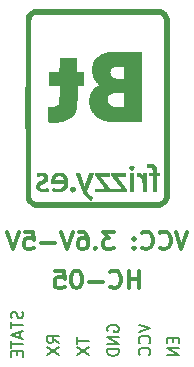
<source format=gbo>
%TF.GenerationSoftware,KiCad,Pcbnew,4.0.7-e2-6376~58~ubuntu16.04.1*%
%TF.CreationDate,2018-01-20T15:49:45+01:00*%
%TF.ProjectId,Modulo_bluetooth,4D6F64756C6F5F626C7565746F6F7468,rev?*%
%TF.FileFunction,Legend,Bot*%
%FSLAX46Y46*%
G04 Gerber Fmt 4.6, Leading zero omitted, Abs format (unit mm)*
G04 Created by KiCad (PCBNEW 4.0.7-e2-6376~58~ubuntu16.04.1) date Sat Jan 20 15:49:45 2018*
%MOMM*%
%LPD*%
G01*
G04 APERTURE LIST*
%ADD10C,0.100000*%
%ADD11C,0.375000*%
%ADD12C,0.200000*%
%ADD13C,0.010000*%
G04 APERTURE END LIST*
D10*
D11*
X12552714Y-25951571D02*
X12552714Y-24451571D01*
X12552714Y-25165857D02*
X11695571Y-25165857D01*
X11695571Y-25951571D02*
X11695571Y-24451571D01*
X10124142Y-25808714D02*
X10195571Y-25880143D01*
X10409857Y-25951571D01*
X10552714Y-25951571D01*
X10766999Y-25880143D01*
X10909857Y-25737286D01*
X10981285Y-25594429D01*
X11052714Y-25308714D01*
X11052714Y-25094429D01*
X10981285Y-24808714D01*
X10909857Y-24665857D01*
X10766999Y-24523000D01*
X10552714Y-24451571D01*
X10409857Y-24451571D01*
X10195571Y-24523000D01*
X10124142Y-24594429D01*
X9481285Y-25380143D02*
X8338428Y-25380143D01*
X7338428Y-24451571D02*
X7195571Y-24451571D01*
X7052714Y-24523000D01*
X6981285Y-24594429D01*
X6909856Y-24737286D01*
X6838428Y-25023000D01*
X6838428Y-25380143D01*
X6909856Y-25665857D01*
X6981285Y-25808714D01*
X7052714Y-25880143D01*
X7195571Y-25951571D01*
X7338428Y-25951571D01*
X7481285Y-25880143D01*
X7552714Y-25808714D01*
X7624142Y-25665857D01*
X7695571Y-25380143D01*
X7695571Y-25023000D01*
X7624142Y-24737286D01*
X7552714Y-24594429D01*
X7481285Y-24523000D01*
X7338428Y-24451571D01*
X5481285Y-24451571D02*
X6195571Y-24451571D01*
X6267000Y-25165857D01*
X6195571Y-25094429D01*
X6052714Y-25023000D01*
X5695571Y-25023000D01*
X5552714Y-25094429D01*
X5481285Y-25165857D01*
X5409857Y-25308714D01*
X5409857Y-25665857D01*
X5481285Y-25808714D01*
X5552714Y-25880143D01*
X5695571Y-25951571D01*
X6052714Y-25951571D01*
X6195571Y-25880143D01*
X6267000Y-25808714D01*
X16659856Y-21149571D02*
X16159856Y-22649571D01*
X15659856Y-21149571D01*
X14302713Y-22506714D02*
X14374142Y-22578143D01*
X14588428Y-22649571D01*
X14731285Y-22649571D01*
X14945570Y-22578143D01*
X15088428Y-22435286D01*
X15159856Y-22292429D01*
X15231285Y-22006714D01*
X15231285Y-21792429D01*
X15159856Y-21506714D01*
X15088428Y-21363857D01*
X14945570Y-21221000D01*
X14731285Y-21149571D01*
X14588428Y-21149571D01*
X14374142Y-21221000D01*
X14302713Y-21292429D01*
X12802713Y-22506714D02*
X12874142Y-22578143D01*
X13088428Y-22649571D01*
X13231285Y-22649571D01*
X13445570Y-22578143D01*
X13588428Y-22435286D01*
X13659856Y-22292429D01*
X13731285Y-22006714D01*
X13731285Y-21792429D01*
X13659856Y-21506714D01*
X13588428Y-21363857D01*
X13445570Y-21221000D01*
X13231285Y-21149571D01*
X13088428Y-21149571D01*
X12874142Y-21221000D01*
X12802713Y-21292429D01*
X12159856Y-22506714D02*
X12088428Y-22578143D01*
X12159856Y-22649571D01*
X12231285Y-22578143D01*
X12159856Y-22506714D01*
X12159856Y-22649571D01*
X12159856Y-21721000D02*
X12088428Y-21792429D01*
X12159856Y-21863857D01*
X12231285Y-21792429D01*
X12159856Y-21721000D01*
X12159856Y-21863857D01*
X10445570Y-21149571D02*
X9516999Y-21149571D01*
X10016999Y-21721000D01*
X9802713Y-21721000D01*
X9659856Y-21792429D01*
X9588427Y-21863857D01*
X9516999Y-22006714D01*
X9516999Y-22363857D01*
X9588427Y-22506714D01*
X9659856Y-22578143D01*
X9802713Y-22649571D01*
X10231285Y-22649571D01*
X10374142Y-22578143D01*
X10445570Y-22506714D01*
X8874142Y-22506714D02*
X8802714Y-22578143D01*
X8874142Y-22649571D01*
X8945571Y-22578143D01*
X8874142Y-22506714D01*
X8874142Y-22649571D01*
X7516999Y-21149571D02*
X7802713Y-21149571D01*
X7945570Y-21221000D01*
X8016999Y-21292429D01*
X8159856Y-21506714D01*
X8231285Y-21792429D01*
X8231285Y-22363857D01*
X8159856Y-22506714D01*
X8088428Y-22578143D01*
X7945570Y-22649571D01*
X7659856Y-22649571D01*
X7516999Y-22578143D01*
X7445570Y-22506714D01*
X7374142Y-22363857D01*
X7374142Y-22006714D01*
X7445570Y-21863857D01*
X7516999Y-21792429D01*
X7659856Y-21721000D01*
X7945570Y-21721000D01*
X8088428Y-21792429D01*
X8159856Y-21863857D01*
X8231285Y-22006714D01*
X6945571Y-21149571D02*
X6445571Y-22649571D01*
X5945571Y-21149571D01*
X5445571Y-22078143D02*
X4302714Y-22078143D01*
X2874142Y-21149571D02*
X3588428Y-21149571D01*
X3659857Y-21863857D01*
X3588428Y-21792429D01*
X3445571Y-21721000D01*
X3088428Y-21721000D01*
X2945571Y-21792429D01*
X2874142Y-21863857D01*
X2802714Y-22006714D01*
X2802714Y-22363857D01*
X2874142Y-22506714D01*
X2945571Y-22578143D01*
X3088428Y-22649571D01*
X3445571Y-22649571D01*
X3588428Y-22578143D01*
X3659857Y-22506714D01*
X2374143Y-21149571D02*
X1874143Y-22649571D01*
X1374143Y-21149571D01*
D12*
X15422571Y-30122905D02*
X15422571Y-30456239D01*
X15946381Y-30599096D02*
X15946381Y-30122905D01*
X14946381Y-30122905D01*
X14946381Y-30599096D01*
X15946381Y-31027667D02*
X14946381Y-31027667D01*
X15946381Y-31599096D01*
X14946381Y-31599096D01*
X12533381Y-29019667D02*
X13533381Y-29353000D01*
X12533381Y-29686334D01*
X13438143Y-30591096D02*
X13485762Y-30543477D01*
X13533381Y-30400620D01*
X13533381Y-30305382D01*
X13485762Y-30162524D01*
X13390524Y-30067286D01*
X13295286Y-30019667D01*
X13104810Y-29972048D01*
X12961952Y-29972048D01*
X12771476Y-30019667D01*
X12676238Y-30067286D01*
X12581000Y-30162524D01*
X12533381Y-30305382D01*
X12533381Y-30400620D01*
X12581000Y-30543477D01*
X12628619Y-30591096D01*
X13438143Y-31591096D02*
X13485762Y-31543477D01*
X13533381Y-31400620D01*
X13533381Y-31305382D01*
X13485762Y-31162524D01*
X13390524Y-31067286D01*
X13295286Y-31019667D01*
X13104810Y-30972048D01*
X12961952Y-30972048D01*
X12771476Y-31019667D01*
X12676238Y-31067286D01*
X12581000Y-31162524D01*
X12533381Y-31305382D01*
X12533381Y-31400620D01*
X12581000Y-31543477D01*
X12628619Y-31591096D01*
X9914000Y-29591096D02*
X9866381Y-29495858D01*
X9866381Y-29353001D01*
X9914000Y-29210143D01*
X10009238Y-29114905D01*
X10104476Y-29067286D01*
X10294952Y-29019667D01*
X10437810Y-29019667D01*
X10628286Y-29067286D01*
X10723524Y-29114905D01*
X10818762Y-29210143D01*
X10866381Y-29353001D01*
X10866381Y-29448239D01*
X10818762Y-29591096D01*
X10771143Y-29638715D01*
X10437810Y-29638715D01*
X10437810Y-29448239D01*
X10866381Y-30067286D02*
X9866381Y-30067286D01*
X10866381Y-30638715D01*
X9866381Y-30638715D01*
X10866381Y-31114905D02*
X9866381Y-31114905D01*
X9866381Y-31353000D01*
X9914000Y-31495858D01*
X10009238Y-31591096D01*
X10104476Y-31638715D01*
X10294952Y-31686334D01*
X10437810Y-31686334D01*
X10628286Y-31638715D01*
X10723524Y-31591096D01*
X10818762Y-31495858D01*
X10866381Y-31353000D01*
X10866381Y-31114905D01*
X7326381Y-30099095D02*
X7326381Y-30670524D01*
X8326381Y-30384809D02*
X7326381Y-30384809D01*
X7326381Y-30908619D02*
X8326381Y-31575286D01*
X7326381Y-31575286D02*
X8326381Y-30908619D01*
X5786381Y-30567334D02*
X5310190Y-30234000D01*
X5786381Y-29995905D02*
X4786381Y-29995905D01*
X4786381Y-30376858D01*
X4834000Y-30472096D01*
X4881619Y-30519715D01*
X4976857Y-30567334D01*
X5119714Y-30567334D01*
X5214952Y-30519715D01*
X5262571Y-30472096D01*
X5310190Y-30376858D01*
X5310190Y-29995905D01*
X4786381Y-30900667D02*
X5786381Y-31567334D01*
X4786381Y-31567334D02*
X5786381Y-30900667D01*
X2690762Y-27916428D02*
X2738381Y-28059285D01*
X2738381Y-28297381D01*
X2690762Y-28392619D01*
X2643143Y-28440238D01*
X2547905Y-28487857D01*
X2452667Y-28487857D01*
X2357429Y-28440238D01*
X2309810Y-28392619D01*
X2262190Y-28297381D01*
X2214571Y-28106904D01*
X2166952Y-28011666D01*
X2119333Y-27964047D01*
X2024095Y-27916428D01*
X1928857Y-27916428D01*
X1833619Y-27964047D01*
X1786000Y-28011666D01*
X1738381Y-28106904D01*
X1738381Y-28345000D01*
X1786000Y-28487857D01*
X1738381Y-28773571D02*
X1738381Y-29345000D01*
X2738381Y-29059285D02*
X1738381Y-29059285D01*
X2452667Y-29630714D02*
X2452667Y-30106905D01*
X2738381Y-29535476D02*
X1738381Y-29868809D01*
X2738381Y-30202143D01*
X1738381Y-30392619D02*
X1738381Y-30964048D01*
X2738381Y-30678333D02*
X1738381Y-30678333D01*
X2214571Y-31297381D02*
X2214571Y-31630715D01*
X2738381Y-31773572D02*
X2738381Y-31297381D01*
X1738381Y-31297381D01*
X1738381Y-31773572D01*
D13*
G36*
X11316641Y-2291294D02*
X10902203Y-2291516D01*
X10451477Y-2291838D01*
X9962870Y-2292235D01*
X9434790Y-2292680D01*
X8985250Y-2293050D01*
X8516970Y-2293495D01*
X8059441Y-2294061D01*
X7614496Y-2294742D01*
X7183967Y-2295531D01*
X6769687Y-2296420D01*
X6373487Y-2297401D01*
X5997200Y-2298469D01*
X5642659Y-2299614D01*
X5311695Y-2300831D01*
X5006141Y-2302111D01*
X4727830Y-2303447D01*
X4478593Y-2304832D01*
X4260263Y-2306260D01*
X4074673Y-2307721D01*
X3923654Y-2309210D01*
X3809038Y-2310719D01*
X3732659Y-2312240D01*
X3696349Y-2313767D01*
X3693822Y-2314127D01*
X3534623Y-2375852D01*
X3381396Y-2470972D01*
X3241313Y-2592219D01*
X3121547Y-2732322D01*
X3029270Y-2884011D01*
X2971656Y-3040017D01*
X2969768Y-3048000D01*
X2968359Y-3075124D01*
X2967013Y-3142742D01*
X2965728Y-3249014D01*
X2964505Y-3392102D01*
X2963345Y-3570169D01*
X2962246Y-3781378D01*
X2961209Y-4023889D01*
X2960235Y-4295866D01*
X2959322Y-4595470D01*
X2958472Y-4920864D01*
X2957684Y-5270210D01*
X2956958Y-5641670D01*
X2956294Y-6033405D01*
X2955692Y-6443579D01*
X2955153Y-6870354D01*
X2954675Y-7311891D01*
X2954261Y-7766352D01*
X2953908Y-8231901D01*
X2953618Y-8706698D01*
X2953390Y-9188907D01*
X2953225Y-9676689D01*
X2953122Y-10168207D01*
X2953081Y-10661622D01*
X2953103Y-11155097D01*
X2953188Y-11646794D01*
X2953335Y-12134875D01*
X2953544Y-12617502D01*
X2953816Y-13092838D01*
X2954151Y-13559044D01*
X2954549Y-14014283D01*
X2955009Y-14456717D01*
X2955532Y-14884508D01*
X2956117Y-15295818D01*
X2956765Y-15688809D01*
X2957477Y-16061644D01*
X2958250Y-16412485D01*
X2959087Y-16739493D01*
X2959987Y-17040832D01*
X2960949Y-17314662D01*
X2961975Y-17559147D01*
X2963063Y-17772449D01*
X2964214Y-17952728D01*
X2965428Y-18098149D01*
X2966706Y-18206873D01*
X2968046Y-18277061D01*
X2969450Y-18306877D01*
X2969545Y-18307385D01*
X2984960Y-18362916D01*
X2999887Y-18400818D01*
X3000971Y-18402635D01*
X3016243Y-18431439D01*
X3017754Y-18436166D01*
X3037976Y-18490520D01*
X3071636Y-18549243D01*
X3086248Y-18568458D01*
X3103882Y-18596597D01*
X3099473Y-18605500D01*
X3105343Y-18619287D01*
X3135992Y-18656474D01*
X3185997Y-18710796D01*
X3228485Y-18754523D01*
X3322827Y-18840712D01*
X3422262Y-18916153D01*
X3517170Y-18974490D01*
X3597932Y-19009368D01*
X3623008Y-19015164D01*
X3665168Y-19030046D01*
X3683000Y-19040011D01*
X3707792Y-19042376D01*
X3774320Y-19044641D01*
X3881987Y-19046803D01*
X4030196Y-19048860D01*
X4218348Y-19050809D01*
X4445848Y-19052648D01*
X4712097Y-19054372D01*
X5016499Y-19055981D01*
X5358457Y-19057470D01*
X5737372Y-19058837D01*
X6152648Y-19060080D01*
X6603688Y-19061195D01*
X7089894Y-19062180D01*
X7610669Y-19063032D01*
X8165415Y-19063749D01*
X8753537Y-19064326D01*
X8964083Y-19064493D01*
X9529416Y-19064889D01*
X10053932Y-19065198D01*
X10539147Y-19065412D01*
X10986577Y-19065525D01*
X11397740Y-19065528D01*
X11774150Y-19065413D01*
X12117326Y-19065175D01*
X12428782Y-19064804D01*
X12710035Y-19064293D01*
X12962602Y-19063635D01*
X13187998Y-19062822D01*
X13387741Y-19061847D01*
X13563345Y-19060703D01*
X13716329Y-19059380D01*
X13848207Y-19057873D01*
X13960497Y-19056173D01*
X14054714Y-19054273D01*
X14132375Y-19052166D01*
X14194996Y-19049843D01*
X14244093Y-19047298D01*
X14281183Y-19044523D01*
X14307783Y-19041510D01*
X14325407Y-19038251D01*
X14327100Y-19037814D01*
X14465416Y-18992812D01*
X14587349Y-18933913D01*
X14707874Y-18852981D01*
X14791718Y-18785416D01*
X14874532Y-18694683D01*
X14953099Y-18568835D01*
X15023212Y-18415093D01*
X15049365Y-18343235D01*
X15053124Y-18331747D01*
X15056653Y-18319290D01*
X15059959Y-18304548D01*
X15063050Y-18286205D01*
X15065932Y-18262944D01*
X15068614Y-18233448D01*
X15071102Y-18196401D01*
X15073404Y-18150487D01*
X15075527Y-18094389D01*
X15077478Y-18026791D01*
X15079264Y-17946375D01*
X15080893Y-17851827D01*
X15082372Y-17741829D01*
X15083708Y-17615064D01*
X15084908Y-17470217D01*
X15085980Y-17305971D01*
X15086931Y-17121008D01*
X15087768Y-16914014D01*
X15088499Y-16683672D01*
X15089130Y-16428664D01*
X15089669Y-16147674D01*
X15090124Y-15839387D01*
X15090501Y-15502485D01*
X15090807Y-15135652D01*
X15091051Y-14737572D01*
X15091238Y-14306927D01*
X15091377Y-13842403D01*
X15091475Y-13342681D01*
X15091539Y-12806447D01*
X15091576Y-12232382D01*
X15091594Y-11619171D01*
X15091599Y-10965498D01*
X15091599Y-10687860D01*
X14678838Y-10687860D01*
X14678815Y-11177572D01*
X14678745Y-11665408D01*
X14678629Y-12149524D01*
X14678465Y-12628079D01*
X14678254Y-13099231D01*
X14677996Y-13561138D01*
X14677691Y-14011957D01*
X14677339Y-14449847D01*
X14676940Y-14872965D01*
X14676493Y-15279469D01*
X14676000Y-15667518D01*
X14675460Y-16035268D01*
X14674872Y-16380879D01*
X14674237Y-16702507D01*
X14673555Y-16998312D01*
X14672826Y-17266450D01*
X14672050Y-17505079D01*
X14671227Y-17712358D01*
X14670356Y-17886445D01*
X14669439Y-18025497D01*
X14668474Y-18127672D01*
X14667462Y-18191128D01*
X14666444Y-18213916D01*
X14605202Y-18357982D01*
X14516719Y-18479398D01*
X14406985Y-18570427D01*
X14377574Y-18587195D01*
X14308562Y-18620566D01*
X14247730Y-18645446D01*
X14219244Y-18653948D01*
X14193998Y-18654789D01*
X14128257Y-18655631D01*
X14023858Y-18656472D01*
X13882639Y-18657306D01*
X13706438Y-18658130D01*
X13497092Y-18658939D01*
X13256439Y-18659729D01*
X12986317Y-18660496D01*
X12688564Y-18661236D01*
X12365017Y-18661944D01*
X12017515Y-18662616D01*
X11647894Y-18663248D01*
X11257993Y-18663835D01*
X10849650Y-18664373D01*
X10424701Y-18664859D01*
X9984986Y-18665287D01*
X9532341Y-18665654D01*
X9068605Y-18665956D01*
X9011708Y-18665988D01*
X8460079Y-18666286D01*
X7949183Y-18666545D01*
X7477424Y-18666752D01*
X7043200Y-18666896D01*
X6644913Y-18666963D01*
X6280965Y-18666944D01*
X5949755Y-18666825D01*
X5649686Y-18666596D01*
X5379158Y-18666243D01*
X5136572Y-18665757D01*
X4920329Y-18665124D01*
X4728829Y-18664333D01*
X4560475Y-18663372D01*
X4413667Y-18662229D01*
X4286805Y-18660893D01*
X4178291Y-18659352D01*
X4086526Y-18657593D01*
X4009911Y-18655606D01*
X3946846Y-18653378D01*
X3895733Y-18650898D01*
X3854973Y-18648153D01*
X3822966Y-18645133D01*
X3798114Y-18641824D01*
X3778817Y-18638216D01*
X3763477Y-18634297D01*
X3750494Y-18630054D01*
X3742554Y-18627114D01*
X3629697Y-18566043D01*
X3522781Y-18475773D01*
X3435206Y-18368779D01*
X3401025Y-18309166D01*
X3354917Y-18213916D01*
X3349545Y-10705480D01*
X3349068Y-10035857D01*
X3348630Y-9407251D01*
X3348237Y-8818344D01*
X3347895Y-8267820D01*
X3347611Y-7754361D01*
X3347391Y-7276652D01*
X3347242Y-6833374D01*
X3347169Y-6423212D01*
X3347180Y-6044848D01*
X3347279Y-5696965D01*
X3347475Y-5378247D01*
X3347772Y-5087376D01*
X3348178Y-4823035D01*
X3348698Y-4583909D01*
X3349339Y-4368680D01*
X3350108Y-4176030D01*
X3351010Y-4004644D01*
X3352052Y-3853204D01*
X3353241Y-3720393D01*
X3354582Y-3604895D01*
X3356082Y-3505392D01*
X3357747Y-3420568D01*
X3359584Y-3349106D01*
X3361598Y-3289688D01*
X3363797Y-3240999D01*
X3366187Y-3201721D01*
X3368773Y-3170537D01*
X3371563Y-3146130D01*
X3374562Y-3127184D01*
X3377777Y-3112382D01*
X3381214Y-3100406D01*
X3384880Y-3089940D01*
X3386138Y-3086600D01*
X3413830Y-3032383D01*
X3457577Y-2966426D01*
X3510203Y-2897384D01*
X3564534Y-2833913D01*
X3613395Y-2784668D01*
X3649613Y-2758304D01*
X3659979Y-2756230D01*
X3685822Y-2749634D01*
X3731835Y-2730530D01*
X3735917Y-2728626D01*
X3747465Y-2725395D01*
X3768861Y-2722399D01*
X3801595Y-2719630D01*
X3847155Y-2717078D01*
X3907031Y-2714735D01*
X3982715Y-2712593D01*
X4075694Y-2710644D01*
X4187459Y-2708878D01*
X4319500Y-2707289D01*
X4473307Y-2705866D01*
X4650369Y-2704602D01*
X4852176Y-2703489D01*
X5080218Y-2702517D01*
X5335984Y-2701679D01*
X5620965Y-2700966D01*
X5936650Y-2700369D01*
X6284529Y-2699881D01*
X6666091Y-2699492D01*
X7082827Y-2699195D01*
X7536226Y-2698981D01*
X8027778Y-2698841D01*
X8558973Y-2698767D01*
X9017000Y-2698750D01*
X14234583Y-2698750D01*
X14352548Y-2756683D01*
X14407712Y-2788318D01*
X14465416Y-2828429D01*
X14517940Y-2870432D01*
X14557563Y-2907748D01*
X14576564Y-2933794D01*
X14570133Y-2942166D01*
X14570747Y-2955350D01*
X14587919Y-2979208D01*
X14628250Y-3041436D01*
X14662740Y-3131310D01*
X14666388Y-3143250D01*
X14667446Y-3167714D01*
X14668457Y-3232670D01*
X14669421Y-3336274D01*
X14670337Y-3476686D01*
X14671207Y-3652063D01*
X14672030Y-3860563D01*
X14672807Y-4100343D01*
X14673536Y-4369562D01*
X14674218Y-4666378D01*
X14674853Y-4988948D01*
X14675442Y-5335430D01*
X14675983Y-5703982D01*
X14676478Y-6092763D01*
X14676925Y-6499930D01*
X14677326Y-6923641D01*
X14677679Y-7362054D01*
X14677986Y-7813326D01*
X14678245Y-8275616D01*
X14678458Y-8747082D01*
X14678623Y-9225882D01*
X14678742Y-9710172D01*
X14678813Y-10198112D01*
X14678838Y-10687860D01*
X15091599Y-10687860D01*
X15091599Y-10677939D01*
X15091583Y-9998046D01*
X15091530Y-9359230D01*
X15091436Y-8760233D01*
X15091296Y-8199799D01*
X15091105Y-7676670D01*
X15090857Y-7189591D01*
X15090547Y-6737303D01*
X15090171Y-6318549D01*
X15089724Y-5932074D01*
X15089199Y-5576620D01*
X15088593Y-5250930D01*
X15087899Y-4953748D01*
X15087114Y-4683815D01*
X15086232Y-4439876D01*
X15085248Y-4220674D01*
X15084156Y-4024951D01*
X15082952Y-3851451D01*
X15081631Y-3698917D01*
X15080187Y-3566091D01*
X15078616Y-3451717D01*
X15076912Y-3354538D01*
X15075071Y-3273298D01*
X15073087Y-3206738D01*
X15070955Y-3153603D01*
X15068670Y-3112635D01*
X15066227Y-3082577D01*
X15063621Y-3062173D01*
X15060847Y-3050166D01*
X15060801Y-3050034D01*
X15041410Y-2993188D01*
X15029289Y-2954094D01*
X15027651Y-2947163D01*
X15009613Y-2895177D01*
X14971843Y-2822342D01*
X14921776Y-2740276D01*
X14866846Y-2660594D01*
X14814491Y-2594914D01*
X14780579Y-2561166D01*
X14660742Y-2470550D01*
X14552718Y-2403239D01*
X14517600Y-2385536D01*
X14496285Y-2375344D01*
X14476904Y-2365891D01*
X14457866Y-2357152D01*
X14437578Y-2349100D01*
X14414447Y-2341708D01*
X14386881Y-2334950D01*
X14353287Y-2328799D01*
X14312072Y-2323228D01*
X14261644Y-2318211D01*
X14200410Y-2313721D01*
X14126777Y-2309731D01*
X14039153Y-2306215D01*
X13935946Y-2303147D01*
X13815562Y-2300499D01*
X13676409Y-2298245D01*
X13516894Y-2296358D01*
X13335425Y-2294812D01*
X13130409Y-2293580D01*
X12900254Y-2292636D01*
X12643366Y-2291952D01*
X12358153Y-2291503D01*
X12043023Y-2291261D01*
X11696383Y-2291201D01*
X11316641Y-2291294D01*
X11316641Y-2291294D01*
G37*
X11316641Y-2291294D02*
X10902203Y-2291516D01*
X10451477Y-2291838D01*
X9962870Y-2292235D01*
X9434790Y-2292680D01*
X8985250Y-2293050D01*
X8516970Y-2293495D01*
X8059441Y-2294061D01*
X7614496Y-2294742D01*
X7183967Y-2295531D01*
X6769687Y-2296420D01*
X6373487Y-2297401D01*
X5997200Y-2298469D01*
X5642659Y-2299614D01*
X5311695Y-2300831D01*
X5006141Y-2302111D01*
X4727830Y-2303447D01*
X4478593Y-2304832D01*
X4260263Y-2306260D01*
X4074673Y-2307721D01*
X3923654Y-2309210D01*
X3809038Y-2310719D01*
X3732659Y-2312240D01*
X3696349Y-2313767D01*
X3693822Y-2314127D01*
X3534623Y-2375852D01*
X3381396Y-2470972D01*
X3241313Y-2592219D01*
X3121547Y-2732322D01*
X3029270Y-2884011D01*
X2971656Y-3040017D01*
X2969768Y-3048000D01*
X2968359Y-3075124D01*
X2967013Y-3142742D01*
X2965728Y-3249014D01*
X2964505Y-3392102D01*
X2963345Y-3570169D01*
X2962246Y-3781378D01*
X2961209Y-4023889D01*
X2960235Y-4295866D01*
X2959322Y-4595470D01*
X2958472Y-4920864D01*
X2957684Y-5270210D01*
X2956958Y-5641670D01*
X2956294Y-6033405D01*
X2955692Y-6443579D01*
X2955153Y-6870354D01*
X2954675Y-7311891D01*
X2954261Y-7766352D01*
X2953908Y-8231901D01*
X2953618Y-8706698D01*
X2953390Y-9188907D01*
X2953225Y-9676689D01*
X2953122Y-10168207D01*
X2953081Y-10661622D01*
X2953103Y-11155097D01*
X2953188Y-11646794D01*
X2953335Y-12134875D01*
X2953544Y-12617502D01*
X2953816Y-13092838D01*
X2954151Y-13559044D01*
X2954549Y-14014283D01*
X2955009Y-14456717D01*
X2955532Y-14884508D01*
X2956117Y-15295818D01*
X2956765Y-15688809D01*
X2957477Y-16061644D01*
X2958250Y-16412485D01*
X2959087Y-16739493D01*
X2959987Y-17040832D01*
X2960949Y-17314662D01*
X2961975Y-17559147D01*
X2963063Y-17772449D01*
X2964214Y-17952728D01*
X2965428Y-18098149D01*
X2966706Y-18206873D01*
X2968046Y-18277061D01*
X2969450Y-18306877D01*
X2969545Y-18307385D01*
X2984960Y-18362916D01*
X2999887Y-18400818D01*
X3000971Y-18402635D01*
X3016243Y-18431439D01*
X3017754Y-18436166D01*
X3037976Y-18490520D01*
X3071636Y-18549243D01*
X3086248Y-18568458D01*
X3103882Y-18596597D01*
X3099473Y-18605500D01*
X3105343Y-18619287D01*
X3135992Y-18656474D01*
X3185997Y-18710796D01*
X3228485Y-18754523D01*
X3322827Y-18840712D01*
X3422262Y-18916153D01*
X3517170Y-18974490D01*
X3597932Y-19009368D01*
X3623008Y-19015164D01*
X3665168Y-19030046D01*
X3683000Y-19040011D01*
X3707792Y-19042376D01*
X3774320Y-19044641D01*
X3881987Y-19046803D01*
X4030196Y-19048860D01*
X4218348Y-19050809D01*
X4445848Y-19052648D01*
X4712097Y-19054372D01*
X5016499Y-19055981D01*
X5358457Y-19057470D01*
X5737372Y-19058837D01*
X6152648Y-19060080D01*
X6603688Y-19061195D01*
X7089894Y-19062180D01*
X7610669Y-19063032D01*
X8165415Y-19063749D01*
X8753537Y-19064326D01*
X8964083Y-19064493D01*
X9529416Y-19064889D01*
X10053932Y-19065198D01*
X10539147Y-19065412D01*
X10986577Y-19065525D01*
X11397740Y-19065528D01*
X11774150Y-19065413D01*
X12117326Y-19065175D01*
X12428782Y-19064804D01*
X12710035Y-19064293D01*
X12962602Y-19063635D01*
X13187998Y-19062822D01*
X13387741Y-19061847D01*
X13563345Y-19060703D01*
X13716329Y-19059380D01*
X13848207Y-19057873D01*
X13960497Y-19056173D01*
X14054714Y-19054273D01*
X14132375Y-19052166D01*
X14194996Y-19049843D01*
X14244093Y-19047298D01*
X14281183Y-19044523D01*
X14307783Y-19041510D01*
X14325407Y-19038251D01*
X14327100Y-19037814D01*
X14465416Y-18992812D01*
X14587349Y-18933913D01*
X14707874Y-18852981D01*
X14791718Y-18785416D01*
X14874532Y-18694683D01*
X14953099Y-18568835D01*
X15023212Y-18415093D01*
X15049365Y-18343235D01*
X15053124Y-18331747D01*
X15056653Y-18319290D01*
X15059959Y-18304548D01*
X15063050Y-18286205D01*
X15065932Y-18262944D01*
X15068614Y-18233448D01*
X15071102Y-18196401D01*
X15073404Y-18150487D01*
X15075527Y-18094389D01*
X15077478Y-18026791D01*
X15079264Y-17946375D01*
X15080893Y-17851827D01*
X15082372Y-17741829D01*
X15083708Y-17615064D01*
X15084908Y-17470217D01*
X15085980Y-17305971D01*
X15086931Y-17121008D01*
X15087768Y-16914014D01*
X15088499Y-16683672D01*
X15089130Y-16428664D01*
X15089669Y-16147674D01*
X15090124Y-15839387D01*
X15090501Y-15502485D01*
X15090807Y-15135652D01*
X15091051Y-14737572D01*
X15091238Y-14306927D01*
X15091377Y-13842403D01*
X15091475Y-13342681D01*
X15091539Y-12806447D01*
X15091576Y-12232382D01*
X15091594Y-11619171D01*
X15091599Y-10965498D01*
X15091599Y-10687860D01*
X14678838Y-10687860D01*
X14678815Y-11177572D01*
X14678745Y-11665408D01*
X14678629Y-12149524D01*
X14678465Y-12628079D01*
X14678254Y-13099231D01*
X14677996Y-13561138D01*
X14677691Y-14011957D01*
X14677339Y-14449847D01*
X14676940Y-14872965D01*
X14676493Y-15279469D01*
X14676000Y-15667518D01*
X14675460Y-16035268D01*
X14674872Y-16380879D01*
X14674237Y-16702507D01*
X14673555Y-16998312D01*
X14672826Y-17266450D01*
X14672050Y-17505079D01*
X14671227Y-17712358D01*
X14670356Y-17886445D01*
X14669439Y-18025497D01*
X14668474Y-18127672D01*
X14667462Y-18191128D01*
X14666444Y-18213916D01*
X14605202Y-18357982D01*
X14516719Y-18479398D01*
X14406985Y-18570427D01*
X14377574Y-18587195D01*
X14308562Y-18620566D01*
X14247730Y-18645446D01*
X14219244Y-18653948D01*
X14193998Y-18654789D01*
X14128257Y-18655631D01*
X14023858Y-18656472D01*
X13882639Y-18657306D01*
X13706438Y-18658130D01*
X13497092Y-18658939D01*
X13256439Y-18659729D01*
X12986317Y-18660496D01*
X12688564Y-18661236D01*
X12365017Y-18661944D01*
X12017515Y-18662616D01*
X11647894Y-18663248D01*
X11257993Y-18663835D01*
X10849650Y-18664373D01*
X10424701Y-18664859D01*
X9984986Y-18665287D01*
X9532341Y-18665654D01*
X9068605Y-18665956D01*
X9011708Y-18665988D01*
X8460079Y-18666286D01*
X7949183Y-18666545D01*
X7477424Y-18666752D01*
X7043200Y-18666896D01*
X6644913Y-18666963D01*
X6280965Y-18666944D01*
X5949755Y-18666825D01*
X5649686Y-18666596D01*
X5379158Y-18666243D01*
X5136572Y-18665757D01*
X4920329Y-18665124D01*
X4728829Y-18664333D01*
X4560475Y-18663372D01*
X4413667Y-18662229D01*
X4286805Y-18660893D01*
X4178291Y-18659352D01*
X4086526Y-18657593D01*
X4009911Y-18655606D01*
X3946846Y-18653378D01*
X3895733Y-18650898D01*
X3854973Y-18648153D01*
X3822966Y-18645133D01*
X3798114Y-18641824D01*
X3778817Y-18638216D01*
X3763477Y-18634297D01*
X3750494Y-18630054D01*
X3742554Y-18627114D01*
X3629697Y-18566043D01*
X3522781Y-18475773D01*
X3435206Y-18368779D01*
X3401025Y-18309166D01*
X3354917Y-18213916D01*
X3349545Y-10705480D01*
X3349068Y-10035857D01*
X3348630Y-9407251D01*
X3348237Y-8818344D01*
X3347895Y-8267820D01*
X3347611Y-7754361D01*
X3347391Y-7276652D01*
X3347242Y-6833374D01*
X3347169Y-6423212D01*
X3347180Y-6044848D01*
X3347279Y-5696965D01*
X3347475Y-5378247D01*
X3347772Y-5087376D01*
X3348178Y-4823035D01*
X3348698Y-4583909D01*
X3349339Y-4368680D01*
X3350108Y-4176030D01*
X3351010Y-4004644D01*
X3352052Y-3853204D01*
X3353241Y-3720393D01*
X3354582Y-3604895D01*
X3356082Y-3505392D01*
X3357747Y-3420568D01*
X3359584Y-3349106D01*
X3361598Y-3289688D01*
X3363797Y-3240999D01*
X3366187Y-3201721D01*
X3368773Y-3170537D01*
X3371563Y-3146130D01*
X3374562Y-3127184D01*
X3377777Y-3112382D01*
X3381214Y-3100406D01*
X3384880Y-3089940D01*
X3386138Y-3086600D01*
X3413830Y-3032383D01*
X3457577Y-2966426D01*
X3510203Y-2897384D01*
X3564534Y-2833913D01*
X3613395Y-2784668D01*
X3649613Y-2758304D01*
X3659979Y-2756230D01*
X3685822Y-2749634D01*
X3731835Y-2730530D01*
X3735917Y-2728626D01*
X3747465Y-2725395D01*
X3768861Y-2722399D01*
X3801595Y-2719630D01*
X3847155Y-2717078D01*
X3907031Y-2714735D01*
X3982715Y-2712593D01*
X4075694Y-2710644D01*
X4187459Y-2708878D01*
X4319500Y-2707289D01*
X4473307Y-2705866D01*
X4650369Y-2704602D01*
X4852176Y-2703489D01*
X5080218Y-2702517D01*
X5335984Y-2701679D01*
X5620965Y-2700966D01*
X5936650Y-2700369D01*
X6284529Y-2699881D01*
X6666091Y-2699492D01*
X7082827Y-2699195D01*
X7536226Y-2698981D01*
X8027778Y-2698841D01*
X8558973Y-2698767D01*
X9017000Y-2698750D01*
X14234583Y-2698750D01*
X14352548Y-2756683D01*
X14407712Y-2788318D01*
X14465416Y-2828429D01*
X14517940Y-2870432D01*
X14557563Y-2907748D01*
X14576564Y-2933794D01*
X14570133Y-2942166D01*
X14570747Y-2955350D01*
X14587919Y-2979208D01*
X14628250Y-3041436D01*
X14662740Y-3131310D01*
X14666388Y-3143250D01*
X14667446Y-3167714D01*
X14668457Y-3232670D01*
X14669421Y-3336274D01*
X14670337Y-3476686D01*
X14671207Y-3652063D01*
X14672030Y-3860563D01*
X14672807Y-4100343D01*
X14673536Y-4369562D01*
X14674218Y-4666378D01*
X14674853Y-4988948D01*
X14675442Y-5335430D01*
X14675983Y-5703982D01*
X14676478Y-6092763D01*
X14676925Y-6499930D01*
X14677326Y-6923641D01*
X14677679Y-7362054D01*
X14677986Y-7813326D01*
X14678245Y-8275616D01*
X14678458Y-8747082D01*
X14678623Y-9225882D01*
X14678742Y-9710172D01*
X14678813Y-10198112D01*
X14678838Y-10687860D01*
X15091599Y-10687860D01*
X15091599Y-10677939D01*
X15091583Y-9998046D01*
X15091530Y-9359230D01*
X15091436Y-8760233D01*
X15091296Y-8199799D01*
X15091105Y-7676670D01*
X15090857Y-7189591D01*
X15090547Y-6737303D01*
X15090171Y-6318549D01*
X15089724Y-5932074D01*
X15089199Y-5576620D01*
X15088593Y-5250930D01*
X15087899Y-4953748D01*
X15087114Y-4683815D01*
X15086232Y-4439876D01*
X15085248Y-4220674D01*
X15084156Y-4024951D01*
X15082952Y-3851451D01*
X15081631Y-3698917D01*
X15080187Y-3566091D01*
X15078616Y-3451717D01*
X15076912Y-3354538D01*
X15075071Y-3273298D01*
X15073087Y-3206738D01*
X15070955Y-3153603D01*
X15068670Y-3112635D01*
X15066227Y-3082577D01*
X15063621Y-3062173D01*
X15060847Y-3050166D01*
X15060801Y-3050034D01*
X15041410Y-2993188D01*
X15029289Y-2954094D01*
X15027651Y-2947163D01*
X15009613Y-2895177D01*
X14971843Y-2822342D01*
X14921776Y-2740276D01*
X14866846Y-2660594D01*
X14814491Y-2594914D01*
X14780579Y-2561166D01*
X14660742Y-2470550D01*
X14552718Y-2403239D01*
X14517600Y-2385536D01*
X14496285Y-2375344D01*
X14476904Y-2365891D01*
X14457866Y-2357152D01*
X14437578Y-2349100D01*
X14414447Y-2341708D01*
X14386881Y-2334950D01*
X14353287Y-2328799D01*
X14312072Y-2323228D01*
X14261644Y-2318211D01*
X14200410Y-2313721D01*
X14126777Y-2309731D01*
X14039153Y-2306215D01*
X13935946Y-2303147D01*
X13815562Y-2300499D01*
X13676409Y-2298245D01*
X13516894Y-2296358D01*
X13335425Y-2294812D01*
X13130409Y-2293580D01*
X12900254Y-2292636D01*
X12643366Y-2291952D01*
X12358153Y-2291503D01*
X12043023Y-2291261D01*
X11696383Y-2291201D01*
X11316641Y-2291294D01*
G36*
X8438812Y-16172396D02*
X8388441Y-16177324D01*
X8360691Y-16188721D01*
X8345715Y-16209193D01*
X8341679Y-16218958D01*
X8326703Y-16262353D01*
X8321465Y-16282680D01*
X8311087Y-16310984D01*
X8288710Y-16358019D01*
X8286635Y-16362055D01*
X8268520Y-16404215D01*
X8266864Y-16424903D01*
X8268321Y-16425333D01*
X8266863Y-16438431D01*
X8244417Y-16467666D01*
X8221230Y-16498212D01*
X8220513Y-16510000D01*
X8221724Y-16526196D01*
X8205890Y-16565941D01*
X8202083Y-16573500D01*
X8183729Y-16615767D01*
X8181573Y-16636555D01*
X8182965Y-16637000D01*
X8184484Y-16649988D01*
X8175751Y-16663458D01*
X8160058Y-16694660D01*
X8136052Y-16755358D01*
X8107947Y-16834613D01*
X8096250Y-16869833D01*
X8067684Y-16953523D01*
X8041493Y-17023131D01*
X8021891Y-17067716D01*
X8016749Y-17076208D01*
X8006480Y-17098897D01*
X8011583Y-17102666D01*
X8014169Y-17115456D01*
X8004013Y-17130786D01*
X7979784Y-17175789D01*
X7972851Y-17199577D01*
X7957884Y-17253935D01*
X7949633Y-17275638D01*
X7933270Y-17325171D01*
X7929427Y-17343817D01*
X7917810Y-17383625D01*
X7902859Y-17383150D01*
X7887803Y-17343931D01*
X7883188Y-17321787D01*
X7868435Y-17262016D01*
X7850830Y-17218735D01*
X7847482Y-17213791D01*
X7837154Y-17191111D01*
X7842250Y-17187333D01*
X7845040Y-17174615D01*
X7835513Y-17160217D01*
X7814742Y-17119433D01*
X7802636Y-17075900D01*
X7790177Y-17025301D01*
X7778750Y-16996833D01*
X7764946Y-16960596D01*
X7755014Y-16918592D01*
X7742302Y-16867897D01*
X7730633Y-16839566D01*
X7715368Y-16800173D01*
X7710150Y-16776244D01*
X7692818Y-16726634D01*
X7680487Y-16707452D01*
X7668120Y-16683910D01*
X7672917Y-16679333D01*
X7675503Y-16666543D01*
X7665346Y-16651213D01*
X7641117Y-16606210D01*
X7634185Y-16582422D01*
X7619217Y-16528064D01*
X7610966Y-16506361D01*
X7594260Y-16459982D01*
X7589817Y-16442861D01*
X7576480Y-16397810D01*
X7570770Y-16383000D01*
X7556077Y-16343217D01*
X7536045Y-16283720D01*
X7530528Y-16266583D01*
X7503578Y-16181916D01*
X7378951Y-16175481D01*
X7288445Y-16172723D01*
X7234432Y-16177840D01*
X7211360Y-16193784D01*
X7213678Y-16223506D01*
X7228220Y-16255619D01*
X7246674Y-16298041D01*
X7248968Y-16319018D01*
X7247535Y-16319500D01*
X7246026Y-16332483D01*
X7254774Y-16345958D01*
X7272508Y-16379847D01*
X7296105Y-16439281D01*
X7313083Y-16488833D01*
X7336246Y-16556023D01*
X7356829Y-16607273D01*
X7367001Y-16626416D01*
X7386256Y-16662320D01*
X7388062Y-16668750D01*
X7395814Y-16698357D01*
X7410227Y-16739157D01*
X7432390Y-16795750D01*
X7450505Y-16842682D01*
X7459692Y-16869340D01*
X7459801Y-16869833D01*
X7471225Y-16895673D01*
X7474631Y-16901583D01*
X7487718Y-16932228D01*
X7508148Y-16989131D01*
X7524750Y-17039166D01*
X7547278Y-17106288D01*
X7566240Y-17157521D01*
X7574869Y-17176750D01*
X7588705Y-17204989D01*
X7589700Y-17208500D01*
X7598656Y-17234520D01*
X7618677Y-17286486D01*
X7644639Y-17351223D01*
X7655575Y-17377833D01*
X7670670Y-17418933D01*
X7674171Y-17430750D01*
X7685453Y-17462487D01*
X7706762Y-17515169D01*
X7713549Y-17531190D01*
X7735288Y-17584924D01*
X7747738Y-17621357D01*
X7748750Y-17626440D01*
X7762538Y-17652862D01*
X7785550Y-17681680D01*
X7810473Y-17714270D01*
X7815550Y-17729406D01*
X7818982Y-17754465D01*
X7836774Y-17801826D01*
X7862370Y-17856984D01*
X7889214Y-17905437D01*
X7905049Y-17927392D01*
X7928105Y-17958284D01*
X7932386Y-17970500D01*
X7941589Y-17992964D01*
X7967334Y-18038034D01*
X7984660Y-18065750D01*
X8061989Y-18166831D01*
X8157719Y-18262815D01*
X8262482Y-18346487D01*
X8366909Y-18410630D01*
X8461632Y-18448026D01*
X8487451Y-18453045D01*
X8521608Y-18453781D01*
X8526244Y-18446355D01*
X8525120Y-18420486D01*
X8536499Y-18367917D01*
X8551797Y-18318402D01*
X8570555Y-18257873D01*
X8578899Y-18218052D01*
X8576504Y-18208204D01*
X8550182Y-18202162D01*
X8501041Y-18182234D01*
X8477627Y-18171280D01*
X8386386Y-18112686D01*
X8290672Y-18027796D01*
X8202721Y-17929210D01*
X8134764Y-17829529D01*
X8121739Y-17804697D01*
X8092306Y-17739645D01*
X8080424Y-17690872D01*
X8086063Y-17641983D01*
X8109191Y-17576583D01*
X8121242Y-17547166D01*
X8136336Y-17506066D01*
X8139837Y-17494250D01*
X8151280Y-17463033D01*
X8173472Y-17410048D01*
X8182979Y-17388416D01*
X8206625Y-17334534D01*
X8221579Y-17298996D01*
X8223738Y-17293166D01*
X8233349Y-17267057D01*
X8252462Y-17218269D01*
X8274540Y-17163300D01*
X8290842Y-17123833D01*
X8304708Y-17089908D01*
X8307862Y-17081500D01*
X8318549Y-17053496D01*
X8338194Y-17003917D01*
X8359761Y-16950383D01*
X8375508Y-16912166D01*
X8389375Y-16878241D01*
X8392529Y-16869833D01*
X8402679Y-16843275D01*
X8422008Y-16794373D01*
X8443795Y-16740019D01*
X8459909Y-16700500D01*
X8475003Y-16659400D01*
X8478504Y-16647583D01*
X8489947Y-16616366D01*
X8512138Y-16563381D01*
X8521646Y-16541750D01*
X8545292Y-16487868D01*
X8560246Y-16452329D01*
X8562404Y-16446500D01*
X8571624Y-16421357D01*
X8589750Y-16374993D01*
X8590777Y-16372416D01*
X8621114Y-16294149D01*
X8636382Y-16248911D01*
X8639166Y-16234833D01*
X8651262Y-16211368D01*
X8661559Y-16197791D01*
X8664222Y-16184102D01*
X8640450Y-16175882D01*
X8584408Y-16172026D01*
X8521651Y-16171333D01*
X8438812Y-16172396D01*
X8438812Y-16172396D01*
G37*
X8438812Y-16172396D02*
X8388441Y-16177324D01*
X8360691Y-16188721D01*
X8345715Y-16209193D01*
X8341679Y-16218958D01*
X8326703Y-16262353D01*
X8321465Y-16282680D01*
X8311087Y-16310984D01*
X8288710Y-16358019D01*
X8286635Y-16362055D01*
X8268520Y-16404215D01*
X8266864Y-16424903D01*
X8268321Y-16425333D01*
X8266863Y-16438431D01*
X8244417Y-16467666D01*
X8221230Y-16498212D01*
X8220513Y-16510000D01*
X8221724Y-16526196D01*
X8205890Y-16565941D01*
X8202083Y-16573500D01*
X8183729Y-16615767D01*
X8181573Y-16636555D01*
X8182965Y-16637000D01*
X8184484Y-16649988D01*
X8175751Y-16663458D01*
X8160058Y-16694660D01*
X8136052Y-16755358D01*
X8107947Y-16834613D01*
X8096250Y-16869833D01*
X8067684Y-16953523D01*
X8041493Y-17023131D01*
X8021891Y-17067716D01*
X8016749Y-17076208D01*
X8006480Y-17098897D01*
X8011583Y-17102666D01*
X8014169Y-17115456D01*
X8004013Y-17130786D01*
X7979784Y-17175789D01*
X7972851Y-17199577D01*
X7957884Y-17253935D01*
X7949633Y-17275638D01*
X7933270Y-17325171D01*
X7929427Y-17343817D01*
X7917810Y-17383625D01*
X7902859Y-17383150D01*
X7887803Y-17343931D01*
X7883188Y-17321787D01*
X7868435Y-17262016D01*
X7850830Y-17218735D01*
X7847482Y-17213791D01*
X7837154Y-17191111D01*
X7842250Y-17187333D01*
X7845040Y-17174615D01*
X7835513Y-17160217D01*
X7814742Y-17119433D01*
X7802636Y-17075900D01*
X7790177Y-17025301D01*
X7778750Y-16996833D01*
X7764946Y-16960596D01*
X7755014Y-16918592D01*
X7742302Y-16867897D01*
X7730633Y-16839566D01*
X7715368Y-16800173D01*
X7710150Y-16776244D01*
X7692818Y-16726634D01*
X7680487Y-16707452D01*
X7668120Y-16683910D01*
X7672917Y-16679333D01*
X7675503Y-16666543D01*
X7665346Y-16651213D01*
X7641117Y-16606210D01*
X7634185Y-16582422D01*
X7619217Y-16528064D01*
X7610966Y-16506361D01*
X7594260Y-16459982D01*
X7589817Y-16442861D01*
X7576480Y-16397810D01*
X7570770Y-16383000D01*
X7556077Y-16343217D01*
X7536045Y-16283720D01*
X7530528Y-16266583D01*
X7503578Y-16181916D01*
X7378951Y-16175481D01*
X7288445Y-16172723D01*
X7234432Y-16177840D01*
X7211360Y-16193784D01*
X7213678Y-16223506D01*
X7228220Y-16255619D01*
X7246674Y-16298041D01*
X7248968Y-16319018D01*
X7247535Y-16319500D01*
X7246026Y-16332483D01*
X7254774Y-16345958D01*
X7272508Y-16379847D01*
X7296105Y-16439281D01*
X7313083Y-16488833D01*
X7336246Y-16556023D01*
X7356829Y-16607273D01*
X7367001Y-16626416D01*
X7386256Y-16662320D01*
X7388062Y-16668750D01*
X7395814Y-16698357D01*
X7410227Y-16739157D01*
X7432390Y-16795750D01*
X7450505Y-16842682D01*
X7459692Y-16869340D01*
X7459801Y-16869833D01*
X7471225Y-16895673D01*
X7474631Y-16901583D01*
X7487718Y-16932228D01*
X7508148Y-16989131D01*
X7524750Y-17039166D01*
X7547278Y-17106288D01*
X7566240Y-17157521D01*
X7574869Y-17176750D01*
X7588705Y-17204989D01*
X7589700Y-17208500D01*
X7598656Y-17234520D01*
X7618677Y-17286486D01*
X7644639Y-17351223D01*
X7655575Y-17377833D01*
X7670670Y-17418933D01*
X7674171Y-17430750D01*
X7685453Y-17462487D01*
X7706762Y-17515169D01*
X7713549Y-17531190D01*
X7735288Y-17584924D01*
X7747738Y-17621357D01*
X7748750Y-17626440D01*
X7762538Y-17652862D01*
X7785550Y-17681680D01*
X7810473Y-17714270D01*
X7815550Y-17729406D01*
X7818982Y-17754465D01*
X7836774Y-17801826D01*
X7862370Y-17856984D01*
X7889214Y-17905437D01*
X7905049Y-17927392D01*
X7928105Y-17958284D01*
X7932386Y-17970500D01*
X7941589Y-17992964D01*
X7967334Y-18038034D01*
X7984660Y-18065750D01*
X8061989Y-18166831D01*
X8157719Y-18262815D01*
X8262482Y-18346487D01*
X8366909Y-18410630D01*
X8461632Y-18448026D01*
X8487451Y-18453045D01*
X8521608Y-18453781D01*
X8526244Y-18446355D01*
X8525120Y-18420486D01*
X8536499Y-18367917D01*
X8551797Y-18318402D01*
X8570555Y-18257873D01*
X8578899Y-18218052D01*
X8576504Y-18208204D01*
X8550182Y-18202162D01*
X8501041Y-18182234D01*
X8477627Y-18171280D01*
X8386386Y-18112686D01*
X8290672Y-18027796D01*
X8202721Y-17929210D01*
X8134764Y-17829529D01*
X8121739Y-17804697D01*
X8092306Y-17739645D01*
X8080424Y-17690872D01*
X8086063Y-17641983D01*
X8109191Y-17576583D01*
X8121242Y-17547166D01*
X8136336Y-17506066D01*
X8139837Y-17494250D01*
X8151280Y-17463033D01*
X8173472Y-17410048D01*
X8182979Y-17388416D01*
X8206625Y-17334534D01*
X8221579Y-17298996D01*
X8223738Y-17293166D01*
X8233349Y-17267057D01*
X8252462Y-17218269D01*
X8274540Y-17163300D01*
X8290842Y-17123833D01*
X8304708Y-17089908D01*
X8307862Y-17081500D01*
X8318549Y-17053496D01*
X8338194Y-17003917D01*
X8359761Y-16950383D01*
X8375508Y-16912166D01*
X8389375Y-16878241D01*
X8392529Y-16869833D01*
X8402679Y-16843275D01*
X8422008Y-16794373D01*
X8443795Y-16740019D01*
X8459909Y-16700500D01*
X8475003Y-16659400D01*
X8478504Y-16647583D01*
X8489947Y-16616366D01*
X8512138Y-16563381D01*
X8521646Y-16541750D01*
X8545292Y-16487868D01*
X8560246Y-16452329D01*
X8562404Y-16446500D01*
X8571624Y-16421357D01*
X8589750Y-16374993D01*
X8590777Y-16372416D01*
X8621114Y-16294149D01*
X8636382Y-16248911D01*
X8639166Y-16234833D01*
X8651262Y-16211368D01*
X8661559Y-16197791D01*
X8664222Y-16184102D01*
X8640450Y-16175882D01*
X8584408Y-16172026D01*
X8521651Y-16171333D01*
X8438812Y-16172396D01*
G36*
X6864832Y-17367233D02*
X6856593Y-17371124D01*
X6788829Y-17416034D01*
X6753705Y-17472667D01*
X6743052Y-17530042D01*
X6752414Y-17617911D01*
X6791127Y-17688028D01*
X6850620Y-17736139D01*
X6922319Y-17757989D01*
X6997652Y-17749325D01*
X7068046Y-17705892D01*
X7077670Y-17696093D01*
X7121003Y-17624419D01*
X7131047Y-17548174D01*
X7113027Y-17475038D01*
X7072170Y-17412695D01*
X7013701Y-17368825D01*
X6942847Y-17351111D01*
X6864832Y-17367233D01*
X6864832Y-17367233D01*
G37*
X6864832Y-17367233D02*
X6856593Y-17371124D01*
X6788829Y-17416034D01*
X6753705Y-17472667D01*
X6743052Y-17530042D01*
X6752414Y-17617911D01*
X6791127Y-17688028D01*
X6850620Y-17736139D01*
X6922319Y-17757989D01*
X6997652Y-17749325D01*
X7068046Y-17705892D01*
X7077670Y-17696093D01*
X7121003Y-17624419D01*
X7131047Y-17548174D01*
X7113027Y-17475038D01*
X7072170Y-17412695D01*
X7013701Y-17368825D01*
X6942847Y-17351111D01*
X6864832Y-17367233D01*
G36*
X5722656Y-16155546D02*
X5649113Y-16159999D01*
X5594126Y-16167810D01*
X5572125Y-16176010D01*
X5549421Y-16188789D01*
X5545667Y-16185763D01*
X5531279Y-16180545D01*
X5493763Y-16197388D01*
X5441593Y-16230188D01*
X5383243Y-16272836D01*
X5327185Y-16319225D01*
X5281894Y-16363250D01*
X5259505Y-16391998D01*
X5209183Y-16477371D01*
X5181232Y-16529780D01*
X5174491Y-16551455D01*
X5175982Y-16552333D01*
X5175321Y-16569218D01*
X5161448Y-16609894D01*
X5161187Y-16610541D01*
X5149186Y-16659154D01*
X5138718Y-16735334D01*
X5131706Y-16824319D01*
X5130848Y-16843375D01*
X5124108Y-17018000D01*
X6228574Y-17018000D01*
X6217175Y-17102984D01*
X6194208Y-17191987D01*
X6152471Y-17290308D01*
X6101606Y-17376822D01*
X6079198Y-17405279D01*
X6032113Y-17443135D01*
X5965637Y-17481059D01*
X5901097Y-17507548D01*
X5880686Y-17512351D01*
X5838730Y-17525059D01*
X5831417Y-17528745D01*
X5805130Y-17532765D01*
X5751223Y-17535213D01*
X5681893Y-17536146D01*
X5609338Y-17535619D01*
X5545754Y-17533690D01*
X5503339Y-17530414D01*
X5492750Y-17527185D01*
X5472680Y-17518607D01*
X5416205Y-17506169D01*
X5382171Y-17499986D01*
X5338418Y-17487475D01*
X5320435Y-17477156D01*
X5284530Y-17461870D01*
X5256504Y-17481319D01*
X5249333Y-17511888D01*
X5243610Y-17556630D01*
X5234610Y-17576001D01*
X5213561Y-17619117D01*
X5229248Y-17660858D01*
X5276611Y-17693122D01*
X5314495Y-17703922D01*
X5353329Y-17712183D01*
X5365750Y-17716546D01*
X5385418Y-17727979D01*
X5438560Y-17736914D01*
X5516387Y-17743244D01*
X5610106Y-17746862D01*
X5710927Y-17747663D01*
X5810058Y-17745538D01*
X5898710Y-17740381D01*
X5968090Y-17732086D01*
X6000750Y-17724261D01*
X6147800Y-17660774D01*
X6261920Y-17582215D01*
X6351876Y-17480820D01*
X6426437Y-17348820D01*
X6427708Y-17346083D01*
X6456297Y-17278415D01*
X6474300Y-17216199D01*
X6484326Y-17145253D01*
X6488988Y-17051393D01*
X6489869Y-17008439D01*
X6488123Y-16883289D01*
X6481265Y-16806333D01*
X6227589Y-16806333D01*
X5391961Y-16806333D01*
X5406406Y-16726958D01*
X5431266Y-16617066D01*
X5462779Y-16537396D01*
X5506796Y-16475846D01*
X5545469Y-16439331D01*
X5590537Y-16403707D01*
X5621750Y-16383186D01*
X5626666Y-16381380D01*
X5657055Y-16375556D01*
X5683250Y-16369556D01*
X5769326Y-16358337D01*
X5854354Y-16362872D01*
X5923308Y-16381455D01*
X5952281Y-16400147D01*
X5987209Y-16422479D01*
X6000831Y-16425333D01*
X6026389Y-16439047D01*
X6067049Y-16472429D01*
X6110541Y-16513842D01*
X6144595Y-16551645D01*
X6157035Y-16573500D01*
X6163435Y-16598840D01*
X6179010Y-16643225D01*
X6200708Y-16706522D01*
X6214543Y-16754350D01*
X6227589Y-16806333D01*
X6481265Y-16806333D01*
X6479089Y-16781927D01*
X6464807Y-16717103D01*
X6446534Y-16663947D01*
X6435876Y-16630334D01*
X6434923Y-16626344D01*
X6415573Y-16568981D01*
X6380282Y-16510830D01*
X6375252Y-16504708D01*
X6357536Y-16476561D01*
X6361799Y-16467666D01*
X6357379Y-16454090D01*
X6328696Y-16418280D01*
X6281740Y-16367618D01*
X6275121Y-16360851D01*
X6172603Y-16268174D01*
X6083353Y-16211637D01*
X6009361Y-16192500D01*
X6009331Y-16192500D01*
X5970805Y-16182919D01*
X5959521Y-16173119D01*
X5933188Y-16163236D01*
X5876837Y-16157074D01*
X5802612Y-16154541D01*
X5722656Y-16155546D01*
X5722656Y-16155546D01*
G37*
X5722656Y-16155546D02*
X5649113Y-16159999D01*
X5594126Y-16167810D01*
X5572125Y-16176010D01*
X5549421Y-16188789D01*
X5545667Y-16185763D01*
X5531279Y-16180545D01*
X5493763Y-16197388D01*
X5441593Y-16230188D01*
X5383243Y-16272836D01*
X5327185Y-16319225D01*
X5281894Y-16363250D01*
X5259505Y-16391998D01*
X5209183Y-16477371D01*
X5181232Y-16529780D01*
X5174491Y-16551455D01*
X5175982Y-16552333D01*
X5175321Y-16569218D01*
X5161448Y-16609894D01*
X5161187Y-16610541D01*
X5149186Y-16659154D01*
X5138718Y-16735334D01*
X5131706Y-16824319D01*
X5130848Y-16843375D01*
X5124108Y-17018000D01*
X6228574Y-17018000D01*
X6217175Y-17102984D01*
X6194208Y-17191987D01*
X6152471Y-17290308D01*
X6101606Y-17376822D01*
X6079198Y-17405279D01*
X6032113Y-17443135D01*
X5965637Y-17481059D01*
X5901097Y-17507548D01*
X5880686Y-17512351D01*
X5838730Y-17525059D01*
X5831417Y-17528745D01*
X5805130Y-17532765D01*
X5751223Y-17535213D01*
X5681893Y-17536146D01*
X5609338Y-17535619D01*
X5545754Y-17533690D01*
X5503339Y-17530414D01*
X5492750Y-17527185D01*
X5472680Y-17518607D01*
X5416205Y-17506169D01*
X5382171Y-17499986D01*
X5338418Y-17487475D01*
X5320435Y-17477156D01*
X5284530Y-17461870D01*
X5256504Y-17481319D01*
X5249333Y-17511888D01*
X5243610Y-17556630D01*
X5234610Y-17576001D01*
X5213561Y-17619117D01*
X5229248Y-17660858D01*
X5276611Y-17693122D01*
X5314495Y-17703922D01*
X5353329Y-17712183D01*
X5365750Y-17716546D01*
X5385418Y-17727979D01*
X5438560Y-17736914D01*
X5516387Y-17743244D01*
X5610106Y-17746862D01*
X5710927Y-17747663D01*
X5810058Y-17745538D01*
X5898710Y-17740381D01*
X5968090Y-17732086D01*
X6000750Y-17724261D01*
X6147800Y-17660774D01*
X6261920Y-17582215D01*
X6351876Y-17480820D01*
X6426437Y-17348820D01*
X6427708Y-17346083D01*
X6456297Y-17278415D01*
X6474300Y-17216199D01*
X6484326Y-17145253D01*
X6488988Y-17051393D01*
X6489869Y-17008439D01*
X6488123Y-16883289D01*
X6481265Y-16806333D01*
X6227589Y-16806333D01*
X5391961Y-16806333D01*
X5406406Y-16726958D01*
X5431266Y-16617066D01*
X5462779Y-16537396D01*
X5506796Y-16475846D01*
X5545469Y-16439331D01*
X5590537Y-16403707D01*
X5621750Y-16383186D01*
X5626666Y-16381380D01*
X5657055Y-16375556D01*
X5683250Y-16369556D01*
X5769326Y-16358337D01*
X5854354Y-16362872D01*
X5923308Y-16381455D01*
X5952281Y-16400147D01*
X5987209Y-16422479D01*
X6000831Y-16425333D01*
X6026389Y-16439047D01*
X6067049Y-16472429D01*
X6110541Y-16513842D01*
X6144595Y-16551645D01*
X6157035Y-16573500D01*
X6163435Y-16598840D01*
X6179010Y-16643225D01*
X6200708Y-16706522D01*
X6214543Y-16754350D01*
X6227589Y-16806333D01*
X6481265Y-16806333D01*
X6479089Y-16781927D01*
X6464807Y-16717103D01*
X6446534Y-16663947D01*
X6435876Y-16630334D01*
X6434923Y-16626344D01*
X6415573Y-16568981D01*
X6380282Y-16510830D01*
X6375252Y-16504708D01*
X6357536Y-16476561D01*
X6361799Y-16467666D01*
X6357379Y-16454090D01*
X6328696Y-16418280D01*
X6281740Y-16367618D01*
X6275121Y-16360851D01*
X6172603Y-16268174D01*
X6083353Y-16211637D01*
X6009361Y-16192500D01*
X6009331Y-16192500D01*
X5970805Y-16182919D01*
X5959521Y-16173119D01*
X5933188Y-16163236D01*
X5876837Y-16157074D01*
X5802612Y-16154541D01*
X5722656Y-16155546D01*
G36*
X4195774Y-16156239D02*
X4132530Y-16162074D01*
X4097725Y-16170558D01*
X4094646Y-16173119D01*
X4065560Y-16189960D01*
X4045804Y-16192500D01*
X3999206Y-16201332D01*
X3955105Y-16217905D01*
X3901270Y-16243311D01*
X3933759Y-16344905D01*
X3956816Y-16409575D01*
X3979190Y-16439031D01*
X4011411Y-16438885D01*
X4064008Y-16414745D01*
X4064440Y-16414522D01*
X4149891Y-16385107D01*
X4246792Y-16374538D01*
X4344173Y-16381321D01*
X4431067Y-16403958D01*
X4496504Y-16440954D01*
X4524949Y-16477329D01*
X4538275Y-16539784D01*
X4535018Y-16612998D01*
X4517036Y-16675537D01*
X4506305Y-16692561D01*
X4472278Y-16721440D01*
X4419136Y-16756533D01*
X4366014Y-16785920D01*
X4339167Y-16796690D01*
X4226608Y-16837449D01*
X4113019Y-16898927D01*
X4009646Y-16973283D01*
X3927733Y-17052676D01*
X3886248Y-17112521D01*
X3868987Y-17170509D01*
X3859734Y-17251903D01*
X3858698Y-17340403D01*
X3866088Y-17419710D01*
X3881624Y-17472651D01*
X3960017Y-17579795D01*
X4062134Y-17668374D01*
X4174895Y-17727392D01*
X4191000Y-17732735D01*
X4225074Y-17737724D01*
X4286823Y-17742341D01*
X4365016Y-17746230D01*
X4448424Y-17749031D01*
X4525818Y-17750387D01*
X4585968Y-17749940D01*
X4617645Y-17747332D01*
X4619710Y-17746401D01*
X4644455Y-17736452D01*
X4668535Y-17730797D01*
X4717304Y-17716713D01*
X4773083Y-17695150D01*
X4822197Y-17677080D01*
X4854145Y-17671430D01*
X4854963Y-17671583D01*
X4863996Y-17657724D01*
X4857379Y-17613723D01*
X4836827Y-17548047D01*
X4822413Y-17511058D01*
X4805982Y-17464233D01*
X4801267Y-17436486D01*
X4787274Y-17435984D01*
X4748252Y-17453111D01*
X4729393Y-17463262D01*
X4672354Y-17491840D01*
X4625751Y-17509451D01*
X4618416Y-17511054D01*
X4574697Y-17522544D01*
X4561417Y-17528398D01*
X4517735Y-17539570D01*
X4450052Y-17544447D01*
X4376244Y-17542936D01*
X4314187Y-17534942D01*
X4296347Y-17529791D01*
X4219969Y-17484719D01*
X4161167Y-17420070D01*
X4130011Y-17348157D01*
X4127500Y-17323279D01*
X4133430Y-17271510D01*
X4147824Y-17240876D01*
X4149012Y-17240036D01*
X4161750Y-17215496D01*
X4159160Y-17208353D01*
X4168611Y-17187713D01*
X4204164Y-17154548D01*
X4254830Y-17116742D01*
X4309620Y-17082179D01*
X4357547Y-17058741D01*
X4374557Y-17053814D01*
X4439965Y-17033055D01*
X4520971Y-16994993D01*
X4600150Y-16948814D01*
X4660077Y-16903702D01*
X4661035Y-16902803D01*
X4705176Y-16867126D01*
X4739901Y-16849173D01*
X4743937Y-16848666D01*
X4759066Y-16840408D01*
X4755628Y-16834739D01*
X4755387Y-16809455D01*
X4767048Y-16790270D01*
X4788341Y-16757081D01*
X4802073Y-16712090D01*
X4811533Y-16642566D01*
X4814840Y-16605250D01*
X4804105Y-16487497D01*
X4754492Y-16378419D01*
X4669289Y-16282936D01*
X4551783Y-16205971D01*
X4546229Y-16203236D01*
X4477622Y-16175584D01*
X4404173Y-16160333D01*
X4309643Y-16154530D01*
X4276499Y-16154195D01*
X4195774Y-16156239D01*
X4195774Y-16156239D01*
G37*
X4195774Y-16156239D02*
X4132530Y-16162074D01*
X4097725Y-16170558D01*
X4094646Y-16173119D01*
X4065560Y-16189960D01*
X4045804Y-16192500D01*
X3999206Y-16201332D01*
X3955105Y-16217905D01*
X3901270Y-16243311D01*
X3933759Y-16344905D01*
X3956816Y-16409575D01*
X3979190Y-16439031D01*
X4011411Y-16438885D01*
X4064008Y-16414745D01*
X4064440Y-16414522D01*
X4149891Y-16385107D01*
X4246792Y-16374538D01*
X4344173Y-16381321D01*
X4431067Y-16403958D01*
X4496504Y-16440954D01*
X4524949Y-16477329D01*
X4538275Y-16539784D01*
X4535018Y-16612998D01*
X4517036Y-16675537D01*
X4506305Y-16692561D01*
X4472278Y-16721440D01*
X4419136Y-16756533D01*
X4366014Y-16785920D01*
X4339167Y-16796690D01*
X4226608Y-16837449D01*
X4113019Y-16898927D01*
X4009646Y-16973283D01*
X3927733Y-17052676D01*
X3886248Y-17112521D01*
X3868987Y-17170509D01*
X3859734Y-17251903D01*
X3858698Y-17340403D01*
X3866088Y-17419710D01*
X3881624Y-17472651D01*
X3960017Y-17579795D01*
X4062134Y-17668374D01*
X4174895Y-17727392D01*
X4191000Y-17732735D01*
X4225074Y-17737724D01*
X4286823Y-17742341D01*
X4365016Y-17746230D01*
X4448424Y-17749031D01*
X4525818Y-17750387D01*
X4585968Y-17749940D01*
X4617645Y-17747332D01*
X4619710Y-17746401D01*
X4644455Y-17736452D01*
X4668535Y-17730797D01*
X4717304Y-17716713D01*
X4773083Y-17695150D01*
X4822197Y-17677080D01*
X4854145Y-17671430D01*
X4854963Y-17671583D01*
X4863996Y-17657724D01*
X4857379Y-17613723D01*
X4836827Y-17548047D01*
X4822413Y-17511058D01*
X4805982Y-17464233D01*
X4801267Y-17436486D01*
X4787274Y-17435984D01*
X4748252Y-17453111D01*
X4729393Y-17463262D01*
X4672354Y-17491840D01*
X4625751Y-17509451D01*
X4618416Y-17511054D01*
X4574697Y-17522544D01*
X4561417Y-17528398D01*
X4517735Y-17539570D01*
X4450052Y-17544447D01*
X4376244Y-17542936D01*
X4314187Y-17534942D01*
X4296347Y-17529791D01*
X4219969Y-17484719D01*
X4161167Y-17420070D01*
X4130011Y-17348157D01*
X4127500Y-17323279D01*
X4133430Y-17271510D01*
X4147824Y-17240876D01*
X4149012Y-17240036D01*
X4161750Y-17215496D01*
X4159160Y-17208353D01*
X4168611Y-17187713D01*
X4204164Y-17154548D01*
X4254830Y-17116742D01*
X4309620Y-17082179D01*
X4357547Y-17058741D01*
X4374557Y-17053814D01*
X4439965Y-17033055D01*
X4520971Y-16994993D01*
X4600150Y-16948814D01*
X4660077Y-16903702D01*
X4661035Y-16902803D01*
X4705176Y-16867126D01*
X4739901Y-16849173D01*
X4743937Y-16848666D01*
X4759066Y-16840408D01*
X4755628Y-16834739D01*
X4755387Y-16809455D01*
X4767048Y-16790270D01*
X4788341Y-16757081D01*
X4802073Y-16712090D01*
X4811533Y-16642566D01*
X4814840Y-16605250D01*
X4804105Y-16487497D01*
X4754492Y-16378419D01*
X4669289Y-16282936D01*
X4551783Y-16205971D01*
X4546229Y-16203236D01*
X4477622Y-16175584D01*
X4404173Y-16160333D01*
X4309643Y-16154530D01*
X4276499Y-16154195D01*
X4195774Y-16156239D01*
G36*
X13341199Y-15424083D02*
X13311996Y-15428408D01*
X13262866Y-15443811D01*
X13244980Y-15468676D01*
X13244879Y-15495233D01*
X13250958Y-15558460D01*
X13255207Y-15604371D01*
X13259701Y-15634994D01*
X13272738Y-15651469D01*
X13304189Y-15657142D01*
X13363923Y-15655359D01*
X13399301Y-15653224D01*
X13512270Y-15654151D01*
X13598397Y-15675611D01*
X13661608Y-15721899D01*
X13705827Y-15797313D01*
X13734980Y-15906146D01*
X13751829Y-16039041D01*
X13763457Y-16171333D01*
X13377333Y-16171333D01*
X13377333Y-16383000D01*
X13758333Y-16383000D01*
X13758333Y-17737666D01*
X14032906Y-17737666D01*
X14038495Y-17065625D01*
X14044083Y-16393583D01*
X14266333Y-16380787D01*
X14266333Y-16171333D01*
X14033500Y-16171333D01*
X14031664Y-16060208D01*
X14027794Y-15947932D01*
X14018999Y-15864335D01*
X14002999Y-15795843D01*
X13977513Y-15728884D01*
X13975066Y-15723344D01*
X13900327Y-15602560D01*
X13798172Y-15506941D01*
X13676881Y-15443860D01*
X13652500Y-15436202D01*
X13592441Y-15426344D01*
X13508413Y-15420761D01*
X13418603Y-15419869D01*
X13341199Y-15424083D01*
X13341199Y-15424083D01*
G37*
X13341199Y-15424083D02*
X13311996Y-15428408D01*
X13262866Y-15443811D01*
X13244980Y-15468676D01*
X13244879Y-15495233D01*
X13250958Y-15558460D01*
X13255207Y-15604371D01*
X13259701Y-15634994D01*
X13272738Y-15651469D01*
X13304189Y-15657142D01*
X13363923Y-15655359D01*
X13399301Y-15653224D01*
X13512270Y-15654151D01*
X13598397Y-15675611D01*
X13661608Y-15721899D01*
X13705827Y-15797313D01*
X13734980Y-15906146D01*
X13751829Y-16039041D01*
X13763457Y-16171333D01*
X13377333Y-16171333D01*
X13377333Y-16383000D01*
X13758333Y-16383000D01*
X13758333Y-17737666D01*
X14032906Y-17737666D01*
X14038495Y-17065625D01*
X14044083Y-16393583D01*
X14266333Y-16380787D01*
X14266333Y-16171333D01*
X14033500Y-16171333D01*
X14031664Y-16060208D01*
X14027794Y-15947932D01*
X14018999Y-15864335D01*
X14002999Y-15795843D01*
X13977513Y-15728884D01*
X13975066Y-15723344D01*
X13900327Y-15602560D01*
X13798172Y-15506941D01*
X13676881Y-15443860D01*
X13652500Y-15436202D01*
X13592441Y-15426344D01*
X13508413Y-15420761D01*
X13418603Y-15419869D01*
X13341199Y-15424083D01*
G36*
X12371103Y-16425333D02*
X12472339Y-16425333D01*
X12591683Y-16442158D01*
X12688306Y-16493883D01*
X12765192Y-16582380D01*
X12788857Y-16624079D01*
X12811807Y-16671275D01*
X12829626Y-16716074D01*
X12842994Y-16764620D01*
X12852594Y-16823059D01*
X12859107Y-16897536D01*
X12863217Y-16994193D01*
X12865604Y-17119177D01*
X12866951Y-17278631D01*
X12867234Y-17330208D01*
X12869333Y-17737666D01*
X13144500Y-17737666D01*
X13146264Y-17033875D01*
X13146935Y-16861657D01*
X13148021Y-16699872D01*
X13149448Y-16554202D01*
X13150487Y-16478250D01*
X12890500Y-16478250D01*
X12879917Y-16488833D01*
X12869333Y-16478250D01*
X12879917Y-16467666D01*
X12890500Y-16478250D01*
X13150487Y-16478250D01*
X13151144Y-16430326D01*
X13153036Y-16333926D01*
X13155050Y-16270683D01*
X13156318Y-16250708D01*
X13164610Y-16171333D01*
X13038138Y-16171333D01*
X12967982Y-16172225D01*
X12929950Y-16178247D01*
X12913832Y-16194421D01*
X12909419Y-16225768D01*
X12909021Y-16234833D01*
X12906025Y-16306104D01*
X12903729Y-16360069D01*
X12895523Y-16416765D01*
X12879544Y-16437740D01*
X12859287Y-16420242D01*
X12850752Y-16401810D01*
X12813759Y-16343102D01*
X12752227Y-16278325D01*
X12679800Y-16219688D01*
X12610123Y-16179399D01*
X12596300Y-16174138D01*
X12521760Y-16157013D01*
X12447726Y-16150166D01*
X12371103Y-16150166D01*
X12371103Y-16425333D01*
X12371103Y-16425333D01*
G37*
X12371103Y-16425333D02*
X12472339Y-16425333D01*
X12591683Y-16442158D01*
X12688306Y-16493883D01*
X12765192Y-16582380D01*
X12788857Y-16624079D01*
X12811807Y-16671275D01*
X12829626Y-16716074D01*
X12842994Y-16764620D01*
X12852594Y-16823059D01*
X12859107Y-16897536D01*
X12863217Y-16994193D01*
X12865604Y-17119177D01*
X12866951Y-17278631D01*
X12867234Y-17330208D01*
X12869333Y-17737666D01*
X13144500Y-17737666D01*
X13146264Y-17033875D01*
X13146935Y-16861657D01*
X13148021Y-16699872D01*
X13149448Y-16554202D01*
X13150487Y-16478250D01*
X12890500Y-16478250D01*
X12879917Y-16488833D01*
X12869333Y-16478250D01*
X12879917Y-16467666D01*
X12890500Y-16478250D01*
X13150487Y-16478250D01*
X13151144Y-16430326D01*
X13153036Y-16333926D01*
X13155050Y-16270683D01*
X13156318Y-16250708D01*
X13164610Y-16171333D01*
X13038138Y-16171333D01*
X12967982Y-16172225D01*
X12929950Y-16178247D01*
X12913832Y-16194421D01*
X12909419Y-16225768D01*
X12909021Y-16234833D01*
X12906025Y-16306104D01*
X12903729Y-16360069D01*
X12895523Y-16416765D01*
X12879544Y-16437740D01*
X12859287Y-16420242D01*
X12850752Y-16401810D01*
X12813759Y-16343102D01*
X12752227Y-16278325D01*
X12679800Y-16219688D01*
X12610123Y-16179399D01*
X12596300Y-16174138D01*
X12521760Y-16157013D01*
X12447726Y-16150166D01*
X12371103Y-16150166D01*
X12371103Y-16425333D01*
G36*
X11922129Y-16175657D02*
X11779257Y-16181916D01*
X11779110Y-16959791D01*
X11778962Y-17737666D01*
X12065000Y-17737666D01*
X12065000Y-16169399D01*
X11922129Y-16175657D01*
X11922129Y-16175657D01*
G37*
X11922129Y-16175657D02*
X11779257Y-16181916D01*
X11779110Y-16959791D01*
X11778962Y-17737666D01*
X12065000Y-17737666D01*
X12065000Y-16169399D01*
X11922129Y-16175657D01*
G36*
X10212917Y-16181916D02*
X10211734Y-16256000D01*
X10226784Y-16338125D01*
X10276120Y-16428309D01*
X10347282Y-16515291D01*
X10377620Y-16552339D01*
X10386814Y-16572353D01*
X10384698Y-16573500D01*
X10383352Y-16585526D01*
X10396613Y-16602279D01*
X10455140Y-16664609D01*
X10506688Y-16723222D01*
X10544152Y-16769673D01*
X10560426Y-16795516D01*
X10560587Y-16797187D01*
X10572288Y-16818921D01*
X10604358Y-16859488D01*
X10623806Y-16881545D01*
X10662874Y-16927247D01*
X10686235Y-16959922D01*
X10689167Y-16967245D01*
X10701809Y-16990028D01*
X10734063Y-17032780D01*
X10757958Y-17061607D01*
X10815060Y-17131416D01*
X10874159Y-17208059D01*
X10890250Y-17229940D01*
X10942816Y-17298874D01*
X11005170Y-17375509D01*
X11035821Y-17411308D01*
X11117892Y-17504833D01*
X10202333Y-17504833D01*
X10202333Y-17737666D01*
X11472333Y-17737666D01*
X11472333Y-17642416D01*
X11467232Y-17579627D01*
X11453223Y-17548975D01*
X11447639Y-17547166D01*
X11432903Y-17539132D01*
X11436029Y-17534082D01*
X11430381Y-17512784D01*
X11401592Y-17472679D01*
X11376240Y-17444123D01*
X11334220Y-17397047D01*
X11307797Y-17362162D01*
X11303184Y-17352111D01*
X11290239Y-17328529D01*
X11257638Y-17286043D01*
X11237307Y-17262153D01*
X11201705Y-17218705D01*
X11184487Y-17191713D01*
X11185215Y-17187333D01*
X11182126Y-17174350D01*
X11156247Y-17142786D01*
X11153336Y-17139708D01*
X11114973Y-17095864D01*
X11061960Y-17030871D01*
X11004344Y-16957549D01*
X10952169Y-16888720D01*
X10915481Y-16837205D01*
X10911417Y-16830949D01*
X10896580Y-16808507D01*
X10878796Y-16785270D01*
X10850520Y-16752182D01*
X10804210Y-16700187D01*
X10780537Y-16673836D01*
X10742930Y-16628480D01*
X10722898Y-16597220D01*
X10722012Y-16590043D01*
X10713478Y-16571698D01*
X10681878Y-16534773D01*
X10657100Y-16509692D01*
X10614002Y-16464693D01*
X10587432Y-16430733D01*
X10583333Y-16421181D01*
X10603430Y-16415947D01*
X10659441Y-16411366D01*
X10744949Y-16407701D01*
X10853539Y-16405218D01*
X10978792Y-16404181D01*
X10996083Y-16404166D01*
X11408833Y-16404166D01*
X11408833Y-16170674D01*
X10212917Y-16181916D01*
X10212917Y-16181916D01*
G37*
X10212917Y-16181916D02*
X10211734Y-16256000D01*
X10226784Y-16338125D01*
X10276120Y-16428309D01*
X10347282Y-16515291D01*
X10377620Y-16552339D01*
X10386814Y-16572353D01*
X10384698Y-16573500D01*
X10383352Y-16585526D01*
X10396613Y-16602279D01*
X10455140Y-16664609D01*
X10506688Y-16723222D01*
X10544152Y-16769673D01*
X10560426Y-16795516D01*
X10560587Y-16797187D01*
X10572288Y-16818921D01*
X10604358Y-16859488D01*
X10623806Y-16881545D01*
X10662874Y-16927247D01*
X10686235Y-16959922D01*
X10689167Y-16967245D01*
X10701809Y-16990028D01*
X10734063Y-17032780D01*
X10757958Y-17061607D01*
X10815060Y-17131416D01*
X10874159Y-17208059D01*
X10890250Y-17229940D01*
X10942816Y-17298874D01*
X11005170Y-17375509D01*
X11035821Y-17411308D01*
X11117892Y-17504833D01*
X10202333Y-17504833D01*
X10202333Y-17737666D01*
X11472333Y-17737666D01*
X11472333Y-17642416D01*
X11467232Y-17579627D01*
X11453223Y-17548975D01*
X11447639Y-17547166D01*
X11432903Y-17539132D01*
X11436029Y-17534082D01*
X11430381Y-17512784D01*
X11401592Y-17472679D01*
X11376240Y-17444123D01*
X11334220Y-17397047D01*
X11307797Y-17362162D01*
X11303184Y-17352111D01*
X11290239Y-17328529D01*
X11257638Y-17286043D01*
X11237307Y-17262153D01*
X11201705Y-17218705D01*
X11184487Y-17191713D01*
X11185215Y-17187333D01*
X11182126Y-17174350D01*
X11156247Y-17142786D01*
X11153336Y-17139708D01*
X11114973Y-17095864D01*
X11061960Y-17030871D01*
X11004344Y-16957549D01*
X10952169Y-16888720D01*
X10915481Y-16837205D01*
X10911417Y-16830949D01*
X10896580Y-16808507D01*
X10878796Y-16785270D01*
X10850520Y-16752182D01*
X10804210Y-16700187D01*
X10780537Y-16673836D01*
X10742930Y-16628480D01*
X10722898Y-16597220D01*
X10722012Y-16590043D01*
X10713478Y-16571698D01*
X10681878Y-16534773D01*
X10657100Y-16509692D01*
X10614002Y-16464693D01*
X10587432Y-16430733D01*
X10583333Y-16421181D01*
X10603430Y-16415947D01*
X10659441Y-16411366D01*
X10744949Y-16407701D01*
X10853539Y-16405218D01*
X10978792Y-16404181D01*
X10996083Y-16404166D01*
X11408833Y-16404166D01*
X11408833Y-16170674D01*
X10212917Y-16181916D01*
G36*
X8837974Y-16266767D02*
X8858515Y-16362492D01*
X8903844Y-16435322D01*
X8979613Y-16529310D01*
X9031211Y-16597818D01*
X9056913Y-16638496D01*
X9059532Y-16647548D01*
X9070882Y-16671004D01*
X9085036Y-16687701D01*
X9140238Y-16746416D01*
X9188771Y-16801298D01*
X9223949Y-16844400D01*
X9239087Y-16867775D01*
X9238252Y-16869833D01*
X9239889Y-16881817D01*
X9253613Y-16897858D01*
X9284344Y-16932495D01*
X9325103Y-16982852D01*
X9334500Y-16995003D01*
X9381307Y-17055074D01*
X9436354Y-17124293D01*
X9456208Y-17148897D01*
X9495387Y-17199577D01*
X9520471Y-17236626D01*
X9525359Y-17247544D01*
X9538824Y-17269209D01*
X9573531Y-17311783D01*
X9615317Y-17358731D01*
X9663297Y-17413655D01*
X9697833Y-17458480D01*
X9710208Y-17480439D01*
X9699243Y-17489202D01*
X9659941Y-17495836D01*
X9589129Y-17500516D01*
X9483634Y-17503419D01*
X9340281Y-17504721D01*
X9271000Y-17504833D01*
X8826500Y-17504833D01*
X8826500Y-17737666D01*
X10096500Y-17737666D01*
X10096500Y-17646106D01*
X10088693Y-17573793D01*
X10060415Y-17522264D01*
X10043583Y-17504833D01*
X10007586Y-17464540D01*
X9990822Y-17433017D01*
X9990667Y-17431020D01*
X9976510Y-17402308D01*
X9941183Y-17360092D01*
X9927388Y-17346294D01*
X9890322Y-17306857D01*
X9873102Y-17280512D01*
X9873444Y-17276333D01*
X9865657Y-17257173D01*
X9835509Y-17218423D01*
X9809907Y-17190123D01*
X9767921Y-17143321D01*
X9741494Y-17109036D01*
X9736850Y-17099377D01*
X9724478Y-17076345D01*
X9693017Y-17032550D01*
X9667875Y-17000554D01*
X9599164Y-16914964D01*
X9535786Y-16834049D01*
X9476056Y-16756236D01*
X9436631Y-16706767D01*
X9382802Y-16641900D01*
X9340714Y-16592526D01*
X9285370Y-16528970D01*
X9246789Y-16481539D01*
X9228445Y-16447885D01*
X9233813Y-16425661D01*
X9266368Y-16412519D01*
X9329583Y-16406112D01*
X9426934Y-16404092D01*
X9561895Y-16404112D01*
X9619505Y-16404166D01*
X10033000Y-16404166D01*
X10033000Y-16171333D01*
X8832343Y-16171333D01*
X8837974Y-16266767D01*
X8837974Y-16266767D01*
G37*
X8837974Y-16266767D02*
X8858515Y-16362492D01*
X8903844Y-16435322D01*
X8979613Y-16529310D01*
X9031211Y-16597818D01*
X9056913Y-16638496D01*
X9059532Y-16647548D01*
X9070882Y-16671004D01*
X9085036Y-16687701D01*
X9140238Y-16746416D01*
X9188771Y-16801298D01*
X9223949Y-16844400D01*
X9239087Y-16867775D01*
X9238252Y-16869833D01*
X9239889Y-16881817D01*
X9253613Y-16897858D01*
X9284344Y-16932495D01*
X9325103Y-16982852D01*
X9334500Y-16995003D01*
X9381307Y-17055074D01*
X9436354Y-17124293D01*
X9456208Y-17148897D01*
X9495387Y-17199577D01*
X9520471Y-17236626D01*
X9525359Y-17247544D01*
X9538824Y-17269209D01*
X9573531Y-17311783D01*
X9615317Y-17358731D01*
X9663297Y-17413655D01*
X9697833Y-17458480D01*
X9710208Y-17480439D01*
X9699243Y-17489202D01*
X9659941Y-17495836D01*
X9589129Y-17500516D01*
X9483634Y-17503419D01*
X9340281Y-17504721D01*
X9271000Y-17504833D01*
X8826500Y-17504833D01*
X8826500Y-17737666D01*
X10096500Y-17737666D01*
X10096500Y-17646106D01*
X10088693Y-17573793D01*
X10060415Y-17522264D01*
X10043583Y-17504833D01*
X10007586Y-17464540D01*
X9990822Y-17433017D01*
X9990667Y-17431020D01*
X9976510Y-17402308D01*
X9941183Y-17360092D01*
X9927388Y-17346294D01*
X9890322Y-17306857D01*
X9873102Y-17280512D01*
X9873444Y-17276333D01*
X9865657Y-17257173D01*
X9835509Y-17218423D01*
X9809907Y-17190123D01*
X9767921Y-17143321D01*
X9741494Y-17109036D01*
X9736850Y-17099377D01*
X9724478Y-17076345D01*
X9693017Y-17032550D01*
X9667875Y-17000554D01*
X9599164Y-16914964D01*
X9535786Y-16834049D01*
X9476056Y-16756236D01*
X9436631Y-16706767D01*
X9382802Y-16641900D01*
X9340714Y-16592526D01*
X9285370Y-16528970D01*
X9246789Y-16481539D01*
X9228445Y-16447885D01*
X9233813Y-16425661D01*
X9266368Y-16412519D01*
X9329583Y-16406112D01*
X9426934Y-16404092D01*
X9561895Y-16404112D01*
X9619505Y-16404166D01*
X10033000Y-16404166D01*
X10033000Y-16171333D01*
X8832343Y-16171333D01*
X8837974Y-16266767D01*
G36*
X11829942Y-15590692D02*
X11803303Y-15613303D01*
X11758072Y-15683062D01*
X11749087Y-15756724D01*
X11772412Y-15824857D01*
X11824116Y-15878030D01*
X11900263Y-15906811D01*
X11926742Y-15909262D01*
X11987390Y-15902582D01*
X12034985Y-15871054D01*
X12056749Y-15847201D01*
X12095030Y-15776486D01*
X12098316Y-15706575D01*
X12073467Y-15643800D01*
X12027344Y-15594492D01*
X11966809Y-15564984D01*
X11898721Y-15561607D01*
X11829942Y-15590692D01*
X11829942Y-15590692D01*
G37*
X11829942Y-15590692D02*
X11803303Y-15613303D01*
X11758072Y-15683062D01*
X11749087Y-15756724D01*
X11772412Y-15824857D01*
X11824116Y-15878030D01*
X11900263Y-15906811D01*
X11926742Y-15909262D01*
X11987390Y-15902582D01*
X12034985Y-15871054D01*
X12056749Y-15847201D01*
X12095030Y-15776486D01*
X12098316Y-15706575D01*
X12073467Y-15643800D01*
X12027344Y-15594492D01*
X11966809Y-15564984D01*
X11898721Y-15561607D01*
X11829942Y-15590692D01*
G36*
X5837033Y-7022041D02*
X5831417Y-7630583D01*
X4963583Y-7630583D01*
X4957955Y-8191878D01*
X4952327Y-8753174D01*
X5397938Y-8752415D01*
X5843550Y-8751657D01*
X5836171Y-9471703D01*
X5834098Y-9643218D01*
X5831576Y-9801969D01*
X5828734Y-9942808D01*
X5825699Y-10060588D01*
X5822600Y-10150159D01*
X5819565Y-10206374D01*
X5817427Y-10223500D01*
X5788043Y-10297778D01*
X5758187Y-10350242D01*
X5717189Y-10399826D01*
X5661230Y-10447735D01*
X5591531Y-10491451D01*
X5574879Y-10499642D01*
X5512797Y-10524512D01*
X5444150Y-10546805D01*
X5380346Y-10563550D01*
X5332792Y-10571774D01*
X5312899Y-10568506D01*
X5312833Y-10567908D01*
X5299492Y-10568493D01*
X5286375Y-10576940D01*
X5254232Y-10585742D01*
X5191263Y-10592034D01*
X5108949Y-10594847D01*
X5074708Y-10594799D01*
X4889500Y-10592701D01*
X4889500Y-11209965D01*
X4889605Y-11387742D01*
X4890121Y-11527786D01*
X4891354Y-11634698D01*
X4893607Y-11713079D01*
X4897186Y-11767530D01*
X4902393Y-11802650D01*
X4909535Y-11823042D01*
X4918915Y-11833304D01*
X4930838Y-11838039D01*
X4931059Y-11838097D01*
X4965512Y-11841886D01*
X5031257Y-11844894D01*
X5119727Y-11847101D01*
X5222359Y-11848483D01*
X5330588Y-11849018D01*
X5435847Y-11848684D01*
X5529574Y-11847460D01*
X5603203Y-11845323D01*
X5648169Y-11842251D01*
X5657806Y-11839971D01*
X5682647Y-11832507D01*
X5735302Y-11824095D01*
X5770513Y-11820026D01*
X5853480Y-11810453D01*
X5917770Y-11800841D01*
X5953882Y-11792715D01*
X5958417Y-11789833D01*
X5971889Y-11784247D01*
X6016236Y-11774167D01*
X6082111Y-11761140D01*
X6229430Y-11720753D01*
X6391327Y-11655964D01*
X6553589Y-11573400D01*
X6702000Y-11479691D01*
X6731000Y-11458523D01*
X6792235Y-11409677D01*
X6856056Y-11354189D01*
X6915686Y-11298644D01*
X6964349Y-11249624D01*
X6995270Y-11213713D01*
X7001670Y-11197494D01*
X7000019Y-11197166D01*
X7001488Y-11183691D01*
X7025334Y-11151109D01*
X7026690Y-11149541D01*
X7057279Y-11108627D01*
X7070391Y-11080750D01*
X7084818Y-11047967D01*
X7099338Y-11027833D01*
X7120259Y-10992107D01*
X7147472Y-10932820D01*
X7174351Y-10866189D01*
X7194271Y-10808430D01*
X7200730Y-10779708D01*
X7208394Y-10749231D01*
X7221922Y-10710333D01*
X7232811Y-10678300D01*
X7241825Y-10641704D01*
X7249202Y-10596174D01*
X7255176Y-10537342D01*
X7259984Y-10460837D01*
X7263860Y-10362289D01*
X7267041Y-10237330D01*
X7269763Y-10081588D01*
X7272260Y-9890695D01*
X7273858Y-9747250D01*
X7275892Y-9566237D01*
X7278022Y-9394001D01*
X7280163Y-9236276D01*
X7282229Y-9098795D01*
X7284134Y-8987292D01*
X7285795Y-8907500D01*
X7286951Y-8868833D01*
X7291917Y-8752416D01*
X7821083Y-8752416D01*
X7822382Y-8212666D01*
X7822135Y-8065066D01*
X7820761Y-7931151D01*
X7818414Y-7816838D01*
X7815249Y-7728047D01*
X7811419Y-7670692D01*
X7807795Y-7651132D01*
X7780224Y-7642058D01*
X7716101Y-7635353D01*
X7621160Y-7631420D01*
X7515455Y-7630577D01*
X7239000Y-7631806D01*
X7239000Y-6413500D01*
X5842649Y-6413500D01*
X5837033Y-7022041D01*
X5837033Y-7022041D01*
G37*
X5837033Y-7022041D02*
X5831417Y-7630583D01*
X4963583Y-7630583D01*
X4957955Y-8191878D01*
X4952327Y-8753174D01*
X5397938Y-8752415D01*
X5843550Y-8751657D01*
X5836171Y-9471703D01*
X5834098Y-9643218D01*
X5831576Y-9801969D01*
X5828734Y-9942808D01*
X5825699Y-10060588D01*
X5822600Y-10150159D01*
X5819565Y-10206374D01*
X5817427Y-10223500D01*
X5788043Y-10297778D01*
X5758187Y-10350242D01*
X5717189Y-10399826D01*
X5661230Y-10447735D01*
X5591531Y-10491451D01*
X5574879Y-10499642D01*
X5512797Y-10524512D01*
X5444150Y-10546805D01*
X5380346Y-10563550D01*
X5332792Y-10571774D01*
X5312899Y-10568506D01*
X5312833Y-10567908D01*
X5299492Y-10568493D01*
X5286375Y-10576940D01*
X5254232Y-10585742D01*
X5191263Y-10592034D01*
X5108949Y-10594847D01*
X5074708Y-10594799D01*
X4889500Y-10592701D01*
X4889500Y-11209965D01*
X4889605Y-11387742D01*
X4890121Y-11527786D01*
X4891354Y-11634698D01*
X4893607Y-11713079D01*
X4897186Y-11767530D01*
X4902393Y-11802650D01*
X4909535Y-11823042D01*
X4918915Y-11833304D01*
X4930838Y-11838039D01*
X4931059Y-11838097D01*
X4965512Y-11841886D01*
X5031257Y-11844894D01*
X5119727Y-11847101D01*
X5222359Y-11848483D01*
X5330588Y-11849018D01*
X5435847Y-11848684D01*
X5529574Y-11847460D01*
X5603203Y-11845323D01*
X5648169Y-11842251D01*
X5657806Y-11839971D01*
X5682647Y-11832507D01*
X5735302Y-11824095D01*
X5770513Y-11820026D01*
X5853480Y-11810453D01*
X5917770Y-11800841D01*
X5953882Y-11792715D01*
X5958417Y-11789833D01*
X5971889Y-11784247D01*
X6016236Y-11774167D01*
X6082111Y-11761140D01*
X6229430Y-11720753D01*
X6391327Y-11655964D01*
X6553589Y-11573400D01*
X6702000Y-11479691D01*
X6731000Y-11458523D01*
X6792235Y-11409677D01*
X6856056Y-11354189D01*
X6915686Y-11298644D01*
X6964349Y-11249624D01*
X6995270Y-11213713D01*
X7001670Y-11197494D01*
X7000019Y-11197166D01*
X7001488Y-11183691D01*
X7025334Y-11151109D01*
X7026690Y-11149541D01*
X7057279Y-11108627D01*
X7070391Y-11080750D01*
X7084818Y-11047967D01*
X7099338Y-11027833D01*
X7120259Y-10992107D01*
X7147472Y-10932820D01*
X7174351Y-10866189D01*
X7194271Y-10808430D01*
X7200730Y-10779708D01*
X7208394Y-10749231D01*
X7221922Y-10710333D01*
X7232811Y-10678300D01*
X7241825Y-10641704D01*
X7249202Y-10596174D01*
X7255176Y-10537342D01*
X7259984Y-10460837D01*
X7263860Y-10362289D01*
X7267041Y-10237330D01*
X7269763Y-10081588D01*
X7272260Y-9890695D01*
X7273858Y-9747250D01*
X7275892Y-9566237D01*
X7278022Y-9394001D01*
X7280163Y-9236276D01*
X7282229Y-9098795D01*
X7284134Y-8987292D01*
X7285795Y-8907500D01*
X7286951Y-8868833D01*
X7291917Y-8752416D01*
X7821083Y-8752416D01*
X7822382Y-8212666D01*
X7822135Y-8065066D01*
X7820761Y-7931151D01*
X7818414Y-7816838D01*
X7815249Y-7728047D01*
X7811419Y-7670692D01*
X7807795Y-7651132D01*
X7780224Y-7642058D01*
X7716101Y-7635353D01*
X7621160Y-7631420D01*
X7515455Y-7630577D01*
X7239000Y-7631806D01*
X7239000Y-6413500D01*
X5842649Y-6413500D01*
X5837033Y-7022041D01*
G36*
X11488208Y-5911623D02*
X11257547Y-5913360D01*
X11037863Y-5915431D01*
X10833096Y-5917769D01*
X10647185Y-5920312D01*
X10484069Y-5922994D01*
X10347686Y-5925751D01*
X10241975Y-5928518D01*
X10170875Y-5931231D01*
X10138833Y-5933725D01*
X10066875Y-5946214D01*
X10001250Y-5956466D01*
X9956763Y-5963811D01*
X9937759Y-5968939D01*
X9937750Y-5969000D01*
X9919469Y-5974170D01*
X9875382Y-5981803D01*
X9874250Y-5981973D01*
X9817476Y-5993157D01*
X9779000Y-6004596D01*
X9734985Y-6019768D01*
X9722054Y-6023055D01*
X9633862Y-6049513D01*
X9524409Y-6093754D01*
X9405553Y-6149774D01*
X9289152Y-6211570D01*
X9187065Y-6273141D01*
X9111151Y-6328482D01*
X9101104Y-6337390D01*
X9052774Y-6380105D01*
X9017377Y-6407720D01*
X9006377Y-6413500D01*
X8984560Y-6427016D01*
X8947318Y-6460177D01*
X8940993Y-6466416D01*
X8910333Y-6500825D01*
X8901778Y-6518646D01*
X8903581Y-6519333D01*
X8901003Y-6532659D01*
X8875427Y-6565822D01*
X8864819Y-6577541D01*
X8772873Y-6702716D01*
X8696878Y-6860655D01*
X8639128Y-7044051D01*
X8601915Y-7245598D01*
X8587531Y-7457992D01*
X8587501Y-7461250D01*
X8590361Y-7549871D01*
X8599045Y-7648209D01*
X8611710Y-7741266D01*
X8626512Y-7814039D01*
X8633679Y-7836958D01*
X8645780Y-7877884D01*
X8643588Y-7895164D01*
X8643468Y-7895166D01*
X8642919Y-7908192D01*
X8651817Y-7921625D01*
X8671635Y-7958114D01*
X8694234Y-8015110D01*
X8699058Y-8029504D01*
X8734737Y-8118768D01*
X8784059Y-8214809D01*
X8839254Y-8304498D01*
X8892556Y-8374706D01*
X8918638Y-8400584D01*
X8941529Y-8431059D01*
X8941435Y-8447898D01*
X8943723Y-8465687D01*
X8949312Y-8466666D01*
X8973590Y-8480196D01*
X9018296Y-8515622D01*
X9072270Y-8563912D01*
X9133689Y-8617501D01*
X9190723Y-8660336D01*
X9226822Y-8681115D01*
X9258793Y-8700661D01*
X9253135Y-8721239D01*
X9208248Y-8744666D01*
X9154583Y-8763126D01*
X9079247Y-8795387D01*
X8985549Y-8848107D01*
X8886297Y-8913101D01*
X8794298Y-8982185D01*
X8745037Y-9024862D01*
X8695728Y-9078313D01*
X8640551Y-9149745D01*
X8584344Y-9231236D01*
X8531945Y-9314864D01*
X8488192Y-9392707D01*
X8457924Y-9456841D01*
X8445979Y-9499346D01*
X8448600Y-9510255D01*
X8443294Y-9530789D01*
X8429402Y-9550642D01*
X8409953Y-9590987D01*
X8393533Y-9653080D01*
X8389779Y-9675604D01*
X8378274Y-9743439D01*
X8365377Y-9799316D01*
X8361795Y-9810750D01*
X8354698Y-9855028D01*
X8350982Y-9930522D01*
X8350339Y-10026275D01*
X8352459Y-10131330D01*
X8357032Y-10234732D01*
X8363750Y-10325523D01*
X8372303Y-10392747D01*
X8378964Y-10419291D01*
X8392755Y-10460236D01*
X8393610Y-10477497D01*
X8393537Y-10477500D01*
X8393166Y-10495172D01*
X8403497Y-10538494D01*
X8405805Y-10546291D01*
X8422829Y-10605333D01*
X8434738Y-10651538D01*
X8434824Y-10651929D01*
X8447748Y-10687634D01*
X8474658Y-10749145D01*
X8510291Y-10824562D01*
X8519071Y-10842429D01*
X8560462Y-10922293D01*
X8601013Y-10989806D01*
X8648855Y-11056610D01*
X8712115Y-11134346D01*
X8769419Y-11200918D01*
X8813924Y-11245504D01*
X8877113Y-11301249D01*
X8946831Y-11358242D01*
X9010925Y-11406570D01*
X9057241Y-11436320D01*
X9059333Y-11437368D01*
X9140374Y-11481867D01*
X9208663Y-11528188D01*
X9215826Y-11533959D01*
X9242637Y-11550115D01*
X9249833Y-11546416D01*
X9262971Y-11544865D01*
X9283648Y-11558713D01*
X9333744Y-11585936D01*
X9361362Y-11593476D01*
X9409455Y-11608422D01*
X9429750Y-11620500D01*
X9470995Y-11641895D01*
X9494911Y-11648648D01*
X9549269Y-11663616D01*
X9570972Y-11671867D01*
X9624154Y-11689722D01*
X9645056Y-11694594D01*
X9677350Y-11702175D01*
X9683750Y-11705166D01*
X9700772Y-11711759D01*
X9715500Y-11715354D01*
X9904502Y-11754108D01*
X9916583Y-11756362D01*
X9984150Y-11769114D01*
X10054167Y-11782635D01*
X10088107Y-11785332D01*
X10160515Y-11788123D01*
X10267524Y-11790945D01*
X10405269Y-11793736D01*
X10569883Y-11796433D01*
X10757501Y-11798974D01*
X10964257Y-11801296D01*
X11186285Y-11803336D01*
X11419720Y-11805031D01*
X11445875Y-11805193D01*
X12763500Y-11813238D01*
X12763500Y-9355666D01*
X11313952Y-9355666D01*
X11311076Y-9964208D01*
X11310254Y-10119850D01*
X11309343Y-10260850D01*
X11308390Y-10381913D01*
X11307444Y-10477742D01*
X11306552Y-10543041D01*
X11305762Y-10572516D01*
X11305600Y-10573671D01*
X11281831Y-10574570D01*
X11222943Y-10574648D01*
X11136137Y-10574024D01*
X11028618Y-10572817D01*
X10907587Y-10571145D01*
X10780249Y-10569128D01*
X10653805Y-10566884D01*
X10535460Y-10564533D01*
X10432415Y-10562192D01*
X10351875Y-10559982D01*
X10301041Y-10558020D01*
X10287000Y-10556861D01*
X10196165Y-10522276D01*
X10098061Y-10466654D01*
X10012264Y-10401686D01*
X9988404Y-10378520D01*
X9933988Y-10313328D01*
X9896315Y-10253439D01*
X9882393Y-10210127D01*
X9882478Y-10208138D01*
X9874192Y-10188150D01*
X9855918Y-10151438D01*
X9838036Y-10087759D01*
X9831374Y-9997581D01*
X9835251Y-9895029D01*
X9848982Y-9794230D01*
X9871886Y-9709311D01*
X9878011Y-9694333D01*
X9955082Y-9570866D01*
X10062913Y-9469733D01*
X10192182Y-9399658D01*
X10193496Y-9399164D01*
X10234180Y-9385208D01*
X10276164Y-9374576D01*
X10325763Y-9366824D01*
X10389294Y-9361507D01*
X10473072Y-9358182D01*
X10583416Y-9356404D01*
X10726641Y-9355729D01*
X10811853Y-9355666D01*
X11313952Y-9355666D01*
X12763500Y-9355666D01*
X12763500Y-8192952D01*
X11313799Y-8192952D01*
X10874930Y-8190636D01*
X10726394Y-8189589D01*
X10613560Y-8187811D01*
X10529795Y-8184676D01*
X10468469Y-8179561D01*
X10422948Y-8171838D01*
X10386602Y-8160883D01*
X10352799Y-8146071D01*
X10341251Y-8140321D01*
X10260465Y-8096299D01*
X10206757Y-8056368D01*
X10167770Y-8009219D01*
X10135349Y-7951836D01*
X10080434Y-7799505D01*
X10064283Y-7639327D01*
X10087283Y-7480379D01*
X10112207Y-7407514D01*
X10143646Y-7357570D01*
X10194510Y-7301439D01*
X10253468Y-7249197D01*
X10309189Y-7210920D01*
X10349312Y-7196666D01*
X10389305Y-7187668D01*
X10402476Y-7177021D01*
X10426475Y-7170985D01*
X10486714Y-7165523D01*
X10577100Y-7160922D01*
X10691541Y-7157471D01*
X10823944Y-7155458D01*
X10864209Y-7155187D01*
X11313799Y-7152998D01*
X11313799Y-8192952D01*
X12763500Y-8192952D01*
X12763500Y-5903208D01*
X11488208Y-5911623D01*
X11488208Y-5911623D01*
G37*
X11488208Y-5911623D02*
X11257547Y-5913360D01*
X11037863Y-5915431D01*
X10833096Y-5917769D01*
X10647185Y-5920312D01*
X10484069Y-5922994D01*
X10347686Y-5925751D01*
X10241975Y-5928518D01*
X10170875Y-5931231D01*
X10138833Y-5933725D01*
X10066875Y-5946214D01*
X10001250Y-5956466D01*
X9956763Y-5963811D01*
X9937759Y-5968939D01*
X9937750Y-5969000D01*
X9919469Y-5974170D01*
X9875382Y-5981803D01*
X9874250Y-5981973D01*
X9817476Y-5993157D01*
X9779000Y-6004596D01*
X9734985Y-6019768D01*
X9722054Y-6023055D01*
X9633862Y-6049513D01*
X9524409Y-6093754D01*
X9405553Y-6149774D01*
X9289152Y-6211570D01*
X9187065Y-6273141D01*
X9111151Y-6328482D01*
X9101104Y-6337390D01*
X9052774Y-6380105D01*
X9017377Y-6407720D01*
X9006377Y-6413500D01*
X8984560Y-6427016D01*
X8947318Y-6460177D01*
X8940993Y-6466416D01*
X8910333Y-6500825D01*
X8901778Y-6518646D01*
X8903581Y-6519333D01*
X8901003Y-6532659D01*
X8875427Y-6565822D01*
X8864819Y-6577541D01*
X8772873Y-6702716D01*
X8696878Y-6860655D01*
X8639128Y-7044051D01*
X8601915Y-7245598D01*
X8587531Y-7457992D01*
X8587501Y-7461250D01*
X8590361Y-7549871D01*
X8599045Y-7648209D01*
X8611710Y-7741266D01*
X8626512Y-7814039D01*
X8633679Y-7836958D01*
X8645780Y-7877884D01*
X8643588Y-7895164D01*
X8643468Y-7895166D01*
X8642919Y-7908192D01*
X8651817Y-7921625D01*
X8671635Y-7958114D01*
X8694234Y-8015110D01*
X8699058Y-8029504D01*
X8734737Y-8118768D01*
X8784059Y-8214809D01*
X8839254Y-8304498D01*
X8892556Y-8374706D01*
X8918638Y-8400584D01*
X8941529Y-8431059D01*
X8941435Y-8447898D01*
X8943723Y-8465687D01*
X8949312Y-8466666D01*
X8973590Y-8480196D01*
X9018296Y-8515622D01*
X9072270Y-8563912D01*
X9133689Y-8617501D01*
X9190723Y-8660336D01*
X9226822Y-8681115D01*
X9258793Y-8700661D01*
X9253135Y-8721239D01*
X9208248Y-8744666D01*
X9154583Y-8763126D01*
X9079247Y-8795387D01*
X8985549Y-8848107D01*
X8886297Y-8913101D01*
X8794298Y-8982185D01*
X8745037Y-9024862D01*
X8695728Y-9078313D01*
X8640551Y-9149745D01*
X8584344Y-9231236D01*
X8531945Y-9314864D01*
X8488192Y-9392707D01*
X8457924Y-9456841D01*
X8445979Y-9499346D01*
X8448600Y-9510255D01*
X8443294Y-9530789D01*
X8429402Y-9550642D01*
X8409953Y-9590987D01*
X8393533Y-9653080D01*
X8389779Y-9675604D01*
X8378274Y-9743439D01*
X8365377Y-9799316D01*
X8361795Y-9810750D01*
X8354698Y-9855028D01*
X8350982Y-9930522D01*
X8350339Y-10026275D01*
X8352459Y-10131330D01*
X8357032Y-10234732D01*
X8363750Y-10325523D01*
X8372303Y-10392747D01*
X8378964Y-10419291D01*
X8392755Y-10460236D01*
X8393610Y-10477497D01*
X8393537Y-10477500D01*
X8393166Y-10495172D01*
X8403497Y-10538494D01*
X8405805Y-10546291D01*
X8422829Y-10605333D01*
X8434738Y-10651538D01*
X8434824Y-10651929D01*
X8447748Y-10687634D01*
X8474658Y-10749145D01*
X8510291Y-10824562D01*
X8519071Y-10842429D01*
X8560462Y-10922293D01*
X8601013Y-10989806D01*
X8648855Y-11056610D01*
X8712115Y-11134346D01*
X8769419Y-11200918D01*
X8813924Y-11245504D01*
X8877113Y-11301249D01*
X8946831Y-11358242D01*
X9010925Y-11406570D01*
X9057241Y-11436320D01*
X9059333Y-11437368D01*
X9140374Y-11481867D01*
X9208663Y-11528188D01*
X9215826Y-11533959D01*
X9242637Y-11550115D01*
X9249833Y-11546416D01*
X9262971Y-11544865D01*
X9283648Y-11558713D01*
X9333744Y-11585936D01*
X9361362Y-11593476D01*
X9409455Y-11608422D01*
X9429750Y-11620500D01*
X9470995Y-11641895D01*
X9494911Y-11648648D01*
X9549269Y-11663616D01*
X9570972Y-11671867D01*
X9624154Y-11689722D01*
X9645056Y-11694594D01*
X9677350Y-11702175D01*
X9683750Y-11705166D01*
X9700772Y-11711759D01*
X9715500Y-11715354D01*
X9904502Y-11754108D01*
X9916583Y-11756362D01*
X9984150Y-11769114D01*
X10054167Y-11782635D01*
X10088107Y-11785332D01*
X10160515Y-11788123D01*
X10267524Y-11790945D01*
X10405269Y-11793736D01*
X10569883Y-11796433D01*
X10757501Y-11798974D01*
X10964257Y-11801296D01*
X11186285Y-11803336D01*
X11419720Y-11805031D01*
X11445875Y-11805193D01*
X12763500Y-11813238D01*
X12763500Y-9355666D01*
X11313952Y-9355666D01*
X11311076Y-9964208D01*
X11310254Y-10119850D01*
X11309343Y-10260850D01*
X11308390Y-10381913D01*
X11307444Y-10477742D01*
X11306552Y-10543041D01*
X11305762Y-10572516D01*
X11305600Y-10573671D01*
X11281831Y-10574570D01*
X11222943Y-10574648D01*
X11136137Y-10574024D01*
X11028618Y-10572817D01*
X10907587Y-10571145D01*
X10780249Y-10569128D01*
X10653805Y-10566884D01*
X10535460Y-10564533D01*
X10432415Y-10562192D01*
X10351875Y-10559982D01*
X10301041Y-10558020D01*
X10287000Y-10556861D01*
X10196165Y-10522276D01*
X10098061Y-10466654D01*
X10012264Y-10401686D01*
X9988404Y-10378520D01*
X9933988Y-10313328D01*
X9896315Y-10253439D01*
X9882393Y-10210127D01*
X9882478Y-10208138D01*
X9874192Y-10188150D01*
X9855918Y-10151438D01*
X9838036Y-10087759D01*
X9831374Y-9997581D01*
X9835251Y-9895029D01*
X9848982Y-9794230D01*
X9871886Y-9709311D01*
X9878011Y-9694333D01*
X9955082Y-9570866D01*
X10062913Y-9469733D01*
X10192182Y-9399658D01*
X10193496Y-9399164D01*
X10234180Y-9385208D01*
X10276164Y-9374576D01*
X10325763Y-9366824D01*
X10389294Y-9361507D01*
X10473072Y-9358182D01*
X10583416Y-9356404D01*
X10726641Y-9355729D01*
X10811853Y-9355666D01*
X11313952Y-9355666D01*
X12763500Y-9355666D01*
X12763500Y-8192952D01*
X11313799Y-8192952D01*
X10874930Y-8190636D01*
X10726394Y-8189589D01*
X10613560Y-8187811D01*
X10529795Y-8184676D01*
X10468469Y-8179561D01*
X10422948Y-8171838D01*
X10386602Y-8160883D01*
X10352799Y-8146071D01*
X10341251Y-8140321D01*
X10260465Y-8096299D01*
X10206757Y-8056368D01*
X10167770Y-8009219D01*
X10135349Y-7951836D01*
X10080434Y-7799505D01*
X10064283Y-7639327D01*
X10087283Y-7480379D01*
X10112207Y-7407514D01*
X10143646Y-7357570D01*
X10194510Y-7301439D01*
X10253468Y-7249197D01*
X10309189Y-7210920D01*
X10349312Y-7196666D01*
X10389305Y-7187668D01*
X10402476Y-7177021D01*
X10426475Y-7170985D01*
X10486714Y-7165523D01*
X10577100Y-7160922D01*
X10691541Y-7157471D01*
X10823944Y-7155458D01*
X10864209Y-7155187D01*
X11313799Y-7152998D01*
X11313799Y-8192952D01*
X12763500Y-8192952D01*
X12763500Y-5903208D01*
X11488208Y-5911623D01*
M02*

</source>
